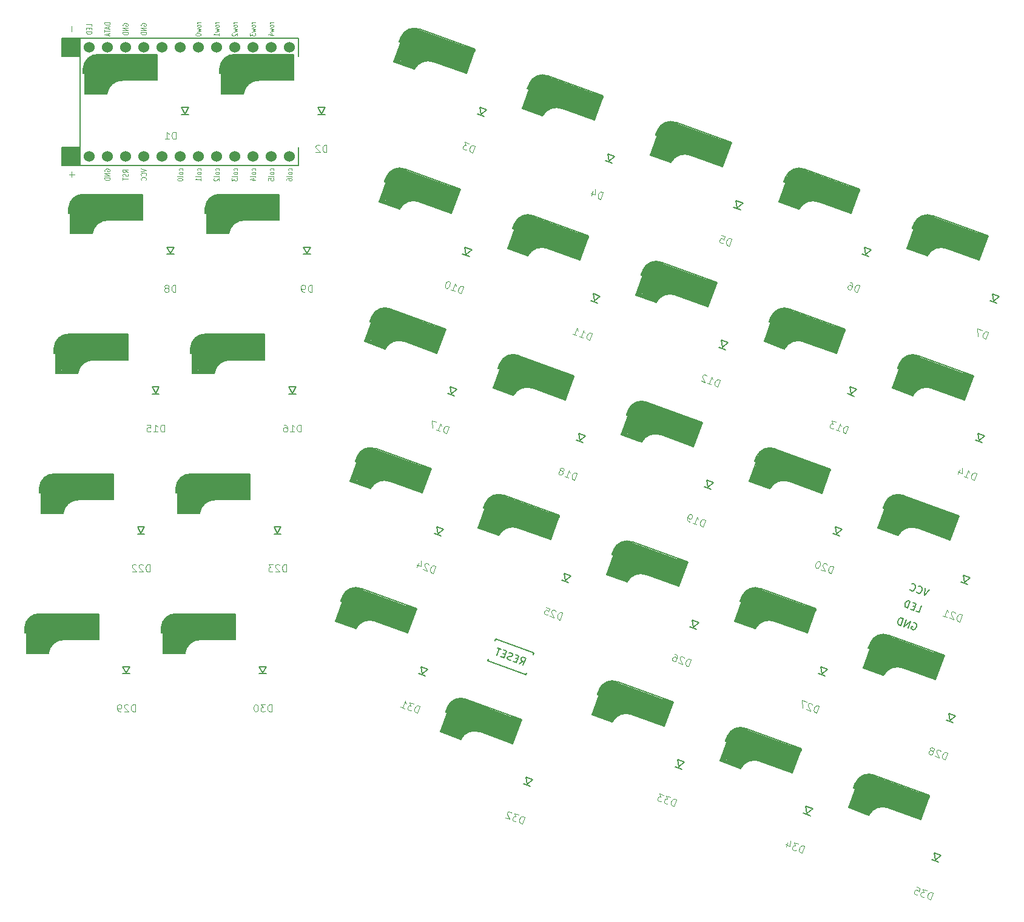
<source format=gbr>
%TF.GenerationSoftware,KiCad,Pcbnew,(6.0.5)*%
%TF.CreationDate,2022-06-09T21:08:53+09:00*%
%TF.ProjectId,KEMgonomics,4b454d67-6f6e-46f6-9d69-63732e6b6963,rev?*%
%TF.SameCoordinates,Original*%
%TF.FileFunction,Legend,Bot*%
%TF.FilePolarity,Positive*%
%FSLAX46Y46*%
G04 Gerber Fmt 4.6, Leading zero omitted, Abs format (unit mm)*
G04 Created by KiCad (PCBNEW (6.0.5)) date 2022-06-09 21:08:53*
%MOMM*%
%LPD*%
G01*
G04 APERTURE LIST*
%ADD10C,0.125000*%
%ADD11C,0.150000*%
%ADD12C,0.120000*%
%ADD13C,0.300000*%
%ADD14C,3.500000*%
%ADD15C,1.000000*%
%ADD16C,0.800000*%
%ADD17C,0.500000*%
%ADD18C,3.000000*%
%ADD19C,0.400000*%
%ADD20C,0.100000*%
%ADD21C,1.524000*%
G04 APERTURE END LIST*
D10*
%TO.C,D31*%
X60024179Y-128130142D02*
X60366200Y-127190449D01*
X60142463Y-127109016D01*
X59991935Y-127104903D01*
X59869867Y-127161824D01*
X59792546Y-127235032D01*
X59682652Y-127397734D01*
X59633792Y-127531976D01*
X59613393Y-127727252D01*
X59625567Y-127833033D01*
X59682488Y-127955101D01*
X59800443Y-128048708D01*
X60024179Y-128130142D01*
X59516001Y-126881002D02*
X58934287Y-126669276D01*
X59117224Y-127141260D01*
X58982983Y-127092400D01*
X58877201Y-127104574D01*
X58816168Y-127133035D01*
X58738847Y-127206243D01*
X58657414Y-127429979D01*
X58669587Y-127535760D01*
X58698048Y-127596794D01*
X58771256Y-127674115D01*
X59039740Y-127771835D01*
X59145521Y-127759661D01*
X59206555Y-127731200D01*
X57697322Y-127283235D02*
X58234289Y-127478675D01*
X57965805Y-127380955D02*
X58307825Y-126441262D01*
X58348460Y-126608077D01*
X58405381Y-126730145D01*
X58478589Y-126807466D01*
%TO.C,D19*%
X99906864Y-102101080D02*
X100248885Y-101161387D01*
X100025148Y-101079954D01*
X99874620Y-101075841D01*
X99752552Y-101132762D01*
X99675231Y-101205970D01*
X99565337Y-101368672D01*
X99516477Y-101502914D01*
X99496078Y-101698190D01*
X99508252Y-101803971D01*
X99565173Y-101926039D01*
X99683128Y-102019646D01*
X99906864Y-102101080D01*
X98474952Y-101579906D02*
X99011919Y-101775346D01*
X98743435Y-101677626D02*
X99085456Y-100737934D01*
X99126090Y-100904749D01*
X99183011Y-101026817D01*
X99256219Y-101104137D01*
X98027479Y-101417039D02*
X97848490Y-101351893D01*
X97775282Y-101274572D01*
X97746822Y-101213538D01*
X97706187Y-101046723D01*
X97726587Y-100851447D01*
X97856880Y-100493469D01*
X97934201Y-100420261D01*
X97995235Y-100391801D01*
X98101016Y-100379627D01*
X98280005Y-100444773D01*
X98353213Y-100522094D01*
X98381673Y-100583128D01*
X98393847Y-100688909D01*
X98312414Y-100912646D01*
X98235093Y-100985853D01*
X98174059Y-101014314D01*
X98068278Y-101026488D01*
X97889289Y-100961341D01*
X97816081Y-100884021D01*
X97787621Y-100822987D01*
X97775447Y-100717205D01*
%TO.C,D35*%
X131628756Y-154192077D02*
X131970777Y-153252384D01*
X131747040Y-153170951D01*
X131596512Y-153166838D01*
X131474444Y-153223759D01*
X131397123Y-153296967D01*
X131287229Y-153459669D01*
X131238369Y-153593911D01*
X131217970Y-153789187D01*
X131230144Y-153894968D01*
X131287065Y-154017036D01*
X131405020Y-154110643D01*
X131628756Y-154192077D01*
X131120578Y-152942937D02*
X130538864Y-152731211D01*
X130721801Y-153203195D01*
X130587560Y-153154335D01*
X130481778Y-153166509D01*
X130420745Y-153194970D01*
X130343424Y-153268178D01*
X130261991Y-153491914D01*
X130274164Y-153597695D01*
X130302625Y-153658729D01*
X130375833Y-153736050D01*
X130644317Y-153833770D01*
X130750098Y-153821596D01*
X130811132Y-153793135D01*
X129688666Y-152421764D02*
X130136139Y-152584630D01*
X130018019Y-153048390D01*
X129989559Y-152987356D01*
X129916351Y-152910035D01*
X129692614Y-152828602D01*
X129586833Y-152840776D01*
X129525799Y-152869236D01*
X129448479Y-152942444D01*
X129367045Y-153166181D01*
X129379219Y-153271962D01*
X129407680Y-153332996D01*
X129480888Y-153410316D01*
X129704624Y-153491750D01*
X129810405Y-153479576D01*
X129871439Y-153451115D01*
D11*
%TO.C,RSW1*%
X74274772Y-121220959D02*
X74750869Y-120887493D01*
X74811739Y-121416399D02*
X75153759Y-120476707D01*
X74795781Y-120346413D01*
X74690000Y-120358587D01*
X74628966Y-120387048D01*
X74551645Y-120460256D01*
X74502785Y-120594497D01*
X74514959Y-120700279D01*
X74543420Y-120761312D01*
X74616628Y-120838633D01*
X74974606Y-120968926D01*
X74051200Y-120582159D02*
X73737969Y-120468152D01*
X73424574Y-120911512D02*
X73872046Y-121074379D01*
X74214066Y-120134686D01*
X73766594Y-119971820D01*
X73082882Y-120736472D02*
X72932354Y-120732359D01*
X72708617Y-120650926D01*
X72635410Y-120573605D01*
X72606949Y-120512571D01*
X72594775Y-120406790D01*
X72627348Y-120317295D01*
X72704669Y-120244087D01*
X72765703Y-120215627D01*
X72871484Y-120203453D01*
X73066760Y-120223852D01*
X73172541Y-120211678D01*
X73233575Y-120183218D01*
X73310896Y-120110010D01*
X73343469Y-120020515D01*
X73331295Y-119914734D01*
X73302834Y-119853700D01*
X73229627Y-119776380D01*
X73005890Y-119694946D01*
X72855362Y-119690833D01*
X72306056Y-119946979D02*
X71992825Y-119832972D01*
X71679430Y-120276332D02*
X72126903Y-120439199D01*
X72468923Y-119499506D01*
X72021450Y-119336639D01*
X71752967Y-119238919D02*
X71216000Y-119043479D01*
X71142463Y-120080892D02*
X71484483Y-119141199D01*
%TO.C,J3*%
X131513415Y-110897657D02*
X130858164Y-111723343D01*
X130886953Y-110669643D01*
X129727308Y-111210395D02*
X129755769Y-111271429D01*
X129873724Y-111365036D01*
X129963218Y-111397609D01*
X130113747Y-111401722D01*
X130235815Y-111344801D01*
X130313135Y-111271593D01*
X130423029Y-111108891D01*
X130471889Y-110974649D01*
X130492289Y-110779373D01*
X130480115Y-110673592D01*
X130423194Y-110551524D01*
X130305239Y-110457917D01*
X130215744Y-110425343D01*
X130065216Y-110421230D01*
X130004182Y-110449691D01*
X128787615Y-110868374D02*
X128816076Y-110929408D01*
X128934031Y-111023016D01*
X129023526Y-111055589D01*
X129174054Y-111059702D01*
X129296122Y-111002781D01*
X129373443Y-110929573D01*
X129483337Y-110766870D01*
X129532197Y-110632629D01*
X129552596Y-110437353D01*
X129540422Y-110331572D01*
X129483501Y-110209504D01*
X129365546Y-110115896D01*
X129276051Y-110083323D01*
X129125523Y-110079210D01*
X129064489Y-110107671D01*
X129643601Y-113899156D02*
X130091074Y-114062022D01*
X130433094Y-113122330D01*
X129509524Y-113292929D02*
X129196293Y-113178922D01*
X128882898Y-113622282D02*
X129330370Y-113785149D01*
X129672390Y-112845456D01*
X129224918Y-112682590D01*
X128480172Y-113475702D02*
X128822192Y-112536010D01*
X128598456Y-112454576D01*
X128447928Y-112450463D01*
X128325860Y-112507385D01*
X128248539Y-112580592D01*
X128138645Y-112743295D01*
X128089785Y-112877537D01*
X128069386Y-113072812D01*
X128081560Y-113178594D01*
X128138481Y-113300661D01*
X128256436Y-113394269D01*
X128480172Y-113475702D01*
X129279944Y-115509512D02*
X129385725Y-115497338D01*
X129519967Y-115546198D01*
X129637922Y-115639805D01*
X129694843Y-115761873D01*
X129707017Y-115867654D01*
X129686618Y-116062930D01*
X129637758Y-116197172D01*
X129527864Y-116359874D01*
X129450543Y-116433082D01*
X129328475Y-116490003D01*
X129177947Y-116485891D01*
X129088452Y-116453317D01*
X128970497Y-116359710D01*
X128942036Y-116298676D01*
X129056043Y-115985445D01*
X129235032Y-116050592D01*
X128506738Y-116241591D02*
X128848758Y-115301898D01*
X127969770Y-116046151D01*
X128311791Y-115106458D01*
X127522298Y-115883284D02*
X127864318Y-114943591D01*
X127640582Y-114862158D01*
X127490053Y-114858045D01*
X127367985Y-114914966D01*
X127290665Y-114988174D01*
X127180771Y-115150876D01*
X127131911Y-115285118D01*
X127111511Y-115480394D01*
X127123685Y-115586175D01*
X127180606Y-115708243D01*
X127298561Y-115801850D01*
X127522298Y-115883284D01*
D10*
%TO.C,D1*%
X26325977Y-47973973D02*
X26325977Y-46973973D01*
X26087882Y-46973973D01*
X25945024Y-47021593D01*
X25849786Y-47116831D01*
X25802167Y-47212069D01*
X25754548Y-47402545D01*
X25754548Y-47545402D01*
X25802167Y-47735878D01*
X25849786Y-47831116D01*
X25945024Y-47926354D01*
X26087882Y-47973973D01*
X26325977Y-47973973D01*
X24802167Y-47973973D02*
X25373596Y-47973973D01*
X25087882Y-47973973D02*
X25087882Y-46973973D01*
X25183120Y-47116831D01*
X25278358Y-47212069D01*
X25373596Y-47259688D01*
%TO.C,D8*%
X26285779Y-69337988D02*
X26285779Y-68337988D01*
X26047684Y-68337988D01*
X25904826Y-68385608D01*
X25809588Y-68480846D01*
X25761969Y-68576084D01*
X25714350Y-68766560D01*
X25714350Y-68909417D01*
X25761969Y-69099893D01*
X25809588Y-69195131D01*
X25904826Y-69290369D01*
X26047684Y-69337988D01*
X26285779Y-69337988D01*
X25142922Y-68766560D02*
X25238160Y-68718941D01*
X25285779Y-68671322D01*
X25333398Y-68576084D01*
X25333398Y-68528465D01*
X25285779Y-68433227D01*
X25238160Y-68385608D01*
X25142922Y-68337988D01*
X24952445Y-68337988D01*
X24857207Y-68385608D01*
X24809588Y-68433227D01*
X24761969Y-68528465D01*
X24761969Y-68576084D01*
X24809588Y-68671322D01*
X24857207Y-68718941D01*
X24952445Y-68766560D01*
X25142922Y-68766560D01*
X25238160Y-68814179D01*
X25285779Y-68861798D01*
X25333398Y-68957036D01*
X25333398Y-69147512D01*
X25285779Y-69242750D01*
X25238160Y-69290369D01*
X25142922Y-69337988D01*
X24952445Y-69337988D01*
X24857207Y-69290369D01*
X24809588Y-69242750D01*
X24761969Y-69147512D01*
X24761969Y-68957036D01*
X24809588Y-68861798D01*
X24857207Y-68814179D01*
X24952445Y-68766560D01*
%TO.C,D2*%
X47375978Y-49807974D02*
X47375978Y-48807974D01*
X47137883Y-48807974D01*
X46995025Y-48855594D01*
X46899787Y-48950832D01*
X46852168Y-49046070D01*
X46804549Y-49236546D01*
X46804549Y-49379403D01*
X46852168Y-49569879D01*
X46899787Y-49665117D01*
X46995025Y-49760355D01*
X47137883Y-49807974D01*
X47375978Y-49807974D01*
X46423597Y-48903213D02*
X46375978Y-48855594D01*
X46280740Y-48807974D01*
X46042644Y-48807974D01*
X45947406Y-48855594D01*
X45899787Y-48903213D01*
X45852168Y-48998451D01*
X45852168Y-49093689D01*
X45899787Y-49236546D01*
X46471216Y-49807974D01*
X45852168Y-49807974D01*
%TO.C,D24*%
X62213434Y-108600127D02*
X62555455Y-107660434D01*
X62331718Y-107579001D01*
X62181190Y-107574888D01*
X62059122Y-107631809D01*
X61981801Y-107705017D01*
X61871907Y-107867719D01*
X61823047Y-108001961D01*
X61802648Y-108197237D01*
X61814822Y-108303018D01*
X61871743Y-108425086D01*
X61989698Y-108518693D01*
X62213434Y-108600127D01*
X61627936Y-107424195D02*
X61599475Y-107363161D01*
X61526267Y-107285841D01*
X61302531Y-107204407D01*
X61196750Y-107216581D01*
X61135716Y-107245042D01*
X61058395Y-107318250D01*
X61025822Y-107407744D01*
X61021709Y-107558273D01*
X61363236Y-108290680D01*
X60781522Y-108078953D01*
X60204084Y-107159331D02*
X59976071Y-107785793D01*
X60558114Y-106882787D02*
X60537550Y-107635429D01*
X59955836Y-107423702D01*
%TO.C,D32*%
X74667582Y-143596200D02*
X75009603Y-142656507D01*
X74785866Y-142575074D01*
X74635338Y-142570961D01*
X74513270Y-142627882D01*
X74435949Y-142701090D01*
X74326055Y-142863792D01*
X74277195Y-142998034D01*
X74256796Y-143193310D01*
X74268970Y-143299091D01*
X74325891Y-143421159D01*
X74443846Y-143514766D01*
X74667582Y-143596200D01*
X74159404Y-142347060D02*
X73577690Y-142135334D01*
X73760627Y-142607318D01*
X73626386Y-142558458D01*
X73520604Y-142570632D01*
X73459571Y-142599093D01*
X73382250Y-142672301D01*
X73300817Y-142896037D01*
X73312990Y-143001818D01*
X73341451Y-143062852D01*
X73414659Y-143140173D01*
X73683143Y-143237893D01*
X73788924Y-143225719D01*
X73849958Y-143197258D01*
X73187139Y-142094535D02*
X73158678Y-142033501D01*
X73085470Y-141956180D01*
X72861734Y-141874747D01*
X72755953Y-141886921D01*
X72694919Y-141915381D01*
X72617598Y-141988589D01*
X72585025Y-142078084D01*
X72580912Y-142228612D01*
X72922439Y-142961019D01*
X72340725Y-142749293D01*
%TO.C,D29*%
X20641375Y-127928036D02*
X20641375Y-126928036D01*
X20403280Y-126928036D01*
X20260423Y-126975656D01*
X20165185Y-127070894D01*
X20117566Y-127166132D01*
X20069947Y-127356608D01*
X20069947Y-127499465D01*
X20117566Y-127689941D01*
X20165185Y-127785179D01*
X20260423Y-127880417D01*
X20403280Y-127928036D01*
X20641375Y-127928036D01*
X19688994Y-127023275D02*
X19641375Y-126975656D01*
X19546137Y-126928036D01*
X19308042Y-126928036D01*
X19212804Y-126975656D01*
X19165185Y-127023275D01*
X19117566Y-127118513D01*
X19117566Y-127213751D01*
X19165185Y-127356608D01*
X19736613Y-127928036D01*
X19117566Y-127928036D01*
X18641375Y-127928036D02*
X18450899Y-127928036D01*
X18355661Y-127880417D01*
X18308042Y-127832798D01*
X18212804Y-127689941D01*
X18165185Y-127499465D01*
X18165185Y-127118513D01*
X18212804Y-127023275D01*
X18260423Y-126975656D01*
X18355661Y-126928036D01*
X18546137Y-126928036D01*
X18641375Y-126975656D01*
X18688994Y-127023275D01*
X18736613Y-127118513D01*
X18736613Y-127356608D01*
X18688994Y-127451846D01*
X18641375Y-127499465D01*
X18546137Y-127547084D01*
X18355661Y-127547084D01*
X18260423Y-127499465D01*
X18212804Y-127451846D01*
X18165185Y-127356608D01*
%TO.C,D3*%
X67737499Y-49847215D02*
X68079519Y-48907522D01*
X67855783Y-48826089D01*
X67705254Y-48821976D01*
X67583186Y-48878897D01*
X67505866Y-48952105D01*
X67395972Y-49114808D01*
X67347112Y-49249049D01*
X67326712Y-49444325D01*
X67338886Y-49550106D01*
X67395807Y-49672174D01*
X67513762Y-49765782D01*
X67737499Y-49847215D01*
X67229321Y-48598076D02*
X66647606Y-48386349D01*
X66830544Y-48858334D01*
X66696302Y-48809474D01*
X66590521Y-48821648D01*
X66529487Y-48850108D01*
X66452166Y-48923316D01*
X66370733Y-49147052D01*
X66382907Y-49252834D01*
X66411367Y-49313868D01*
X66484575Y-49391188D01*
X66753059Y-49488908D01*
X66858840Y-49476734D01*
X66919874Y-49448274D01*
%TO.C,D13*%
X119848205Y-89086548D02*
X120190226Y-88146855D01*
X119966489Y-88065422D01*
X119815961Y-88061309D01*
X119693893Y-88118230D01*
X119616572Y-88191438D01*
X119506678Y-88354140D01*
X119457818Y-88488382D01*
X119437419Y-88683658D01*
X119449593Y-88789439D01*
X119506514Y-88911507D01*
X119624469Y-89005114D01*
X119848205Y-89086548D01*
X118416293Y-88565374D02*
X118953260Y-88760814D01*
X118684776Y-88663094D02*
X119026797Y-87723402D01*
X119067431Y-87890217D01*
X119124352Y-88012285D01*
X119197560Y-88089605D01*
X118445082Y-87511675D02*
X117863368Y-87299948D01*
X118046305Y-87771933D01*
X117912063Y-87723073D01*
X117806282Y-87735247D01*
X117745248Y-87763707D01*
X117667928Y-87836915D01*
X117586494Y-88060652D01*
X117598668Y-88166433D01*
X117627129Y-88227467D01*
X117700337Y-88304787D01*
X117968820Y-88402507D01*
X118074601Y-88390334D01*
X118135635Y-88361873D01*
%TO.C,D9*%
X45335780Y-69337987D02*
X45335780Y-68337987D01*
X45097685Y-68337987D01*
X44954827Y-68385607D01*
X44859589Y-68480845D01*
X44811970Y-68576083D01*
X44764351Y-68766559D01*
X44764351Y-68909416D01*
X44811970Y-69099892D01*
X44859589Y-69195130D01*
X44954827Y-69290368D01*
X45097685Y-69337987D01*
X45335780Y-69337987D01*
X44288161Y-69337987D02*
X44097685Y-69337987D01*
X44002446Y-69290368D01*
X43954827Y-69242749D01*
X43859589Y-69099892D01*
X43811970Y-68909416D01*
X43811970Y-68528464D01*
X43859589Y-68433226D01*
X43907208Y-68385607D01*
X44002446Y-68337987D01*
X44192923Y-68337987D01*
X44288161Y-68385607D01*
X44335780Y-68433226D01*
X44383399Y-68528464D01*
X44383399Y-68766559D01*
X44335780Y-68861797D01*
X44288161Y-68909416D01*
X44192923Y-68957035D01*
X44002446Y-68957035D01*
X43907208Y-68909416D01*
X43859589Y-68861797D01*
X43811970Y-68766559D01*
%TO.C,D30*%
X39691376Y-127928035D02*
X39691376Y-126928035D01*
X39453281Y-126928035D01*
X39310424Y-126975655D01*
X39215186Y-127070893D01*
X39167567Y-127166131D01*
X39119948Y-127356607D01*
X39119948Y-127499464D01*
X39167567Y-127689940D01*
X39215186Y-127785178D01*
X39310424Y-127880416D01*
X39453281Y-127928035D01*
X39691376Y-127928035D01*
X38786614Y-126928035D02*
X38167567Y-126928035D01*
X38500900Y-127308988D01*
X38358043Y-127308988D01*
X38262805Y-127356607D01*
X38215186Y-127404226D01*
X38167567Y-127499464D01*
X38167567Y-127737559D01*
X38215186Y-127832797D01*
X38262805Y-127880416D01*
X38358043Y-127928035D01*
X38643757Y-127928035D01*
X38738995Y-127880416D01*
X38786614Y-127832797D01*
X37548519Y-126928035D02*
X37453281Y-126928035D01*
X37358043Y-126975655D01*
X37310424Y-127023274D01*
X37262805Y-127118512D01*
X37215186Y-127308988D01*
X37215186Y-127547083D01*
X37262805Y-127737559D01*
X37310424Y-127832797D01*
X37358043Y-127880416D01*
X37453281Y-127928035D01*
X37548519Y-127928035D01*
X37643757Y-127880416D01*
X37691376Y-127832797D01*
X37738995Y-127737559D01*
X37786614Y-127547083D01*
X37786614Y-127308988D01*
X37738995Y-127118512D01*
X37691376Y-127023274D01*
X37643757Y-126975655D01*
X37548519Y-126928035D01*
%TO.C,D6*%
X121440931Y-69393665D02*
X121782951Y-68453972D01*
X121559215Y-68372539D01*
X121408686Y-68368426D01*
X121286618Y-68425347D01*
X121209298Y-68498555D01*
X121099404Y-68661258D01*
X121050544Y-68795499D01*
X121030144Y-68990775D01*
X121042318Y-69096556D01*
X121099239Y-69218624D01*
X121217194Y-69312232D01*
X121440931Y-69393665D01*
X120440533Y-67965372D02*
X120619522Y-68030519D01*
X120692730Y-68107839D01*
X120721190Y-68168873D01*
X120761825Y-68335689D01*
X120741425Y-68530964D01*
X120611132Y-68888942D01*
X120533811Y-68962150D01*
X120472778Y-68990611D01*
X120366996Y-69002785D01*
X120188007Y-68937638D01*
X120114799Y-68860318D01*
X120086339Y-68799284D01*
X120074165Y-68693502D01*
X120155598Y-68469766D01*
X120232919Y-68396558D01*
X120293953Y-68368098D01*
X120399734Y-68355924D01*
X120578723Y-68421070D01*
X120651931Y-68498391D01*
X120680392Y-68559425D01*
X120692565Y-68665206D01*
%TO.C,D15*%
X24721772Y-88868003D02*
X24721772Y-87868003D01*
X24483677Y-87868003D01*
X24340820Y-87915623D01*
X24245582Y-88010861D01*
X24197963Y-88106099D01*
X24150344Y-88296575D01*
X24150344Y-88439432D01*
X24197963Y-88629908D01*
X24245582Y-88725146D01*
X24340820Y-88820384D01*
X24483677Y-88868003D01*
X24721772Y-88868003D01*
X23197963Y-88868003D02*
X23769391Y-88868003D01*
X23483677Y-88868003D02*
X23483677Y-87868003D01*
X23578915Y-88010861D01*
X23674153Y-88106099D01*
X23769391Y-88153718D01*
X22293201Y-87868003D02*
X22769391Y-87868003D01*
X22817010Y-88344194D01*
X22769391Y-88296575D01*
X22674153Y-88248956D01*
X22436058Y-88248956D01*
X22340820Y-88296575D01*
X22293201Y-88344194D01*
X22245582Y-88439432D01*
X22245582Y-88677527D01*
X22293201Y-88772765D01*
X22340820Y-88820384D01*
X22436058Y-88868003D01*
X22674153Y-88868003D01*
X22769391Y-88820384D01*
X22817010Y-88772765D01*
%TO.C,D26*%
X97866667Y-121631095D02*
X98208688Y-120691402D01*
X97984951Y-120609969D01*
X97834423Y-120605856D01*
X97712355Y-120662777D01*
X97635034Y-120735985D01*
X97525140Y-120898687D01*
X97476280Y-121032929D01*
X97455881Y-121228205D01*
X97468055Y-121333986D01*
X97524976Y-121456054D01*
X97642931Y-121549661D01*
X97866667Y-121631095D01*
X97281169Y-120455163D02*
X97252708Y-120394129D01*
X97179500Y-120316809D01*
X96955764Y-120235375D01*
X96849983Y-120247549D01*
X96788949Y-120276010D01*
X96711628Y-120349218D01*
X96679055Y-120438712D01*
X96674942Y-120589241D01*
X97016469Y-121321648D01*
X96434755Y-121109921D01*
X95971324Y-119877068D02*
X96150313Y-119942215D01*
X96223521Y-120019536D01*
X96251982Y-120080570D01*
X96292616Y-120247385D01*
X96272217Y-120442661D01*
X96141923Y-120800639D01*
X96064603Y-120873847D01*
X96003569Y-120902307D01*
X95897788Y-120914481D01*
X95718799Y-120849334D01*
X95645591Y-120772014D01*
X95617130Y-120710980D01*
X95604956Y-120605199D01*
X95686390Y-120381462D01*
X95763710Y-120308254D01*
X95824744Y-120279794D01*
X95930525Y-120267620D01*
X96109514Y-120332767D01*
X96182722Y-120410087D01*
X96211183Y-120471121D01*
X96223357Y-120576902D01*
%TO.C,D25*%
X79965520Y-115115611D02*
X80307541Y-114175918D01*
X80083804Y-114094485D01*
X79933276Y-114090372D01*
X79811208Y-114147293D01*
X79733887Y-114220501D01*
X79623993Y-114383203D01*
X79575133Y-114517445D01*
X79554734Y-114712721D01*
X79566908Y-114818502D01*
X79623829Y-114940570D01*
X79741784Y-115034177D01*
X79965520Y-115115611D01*
X79380022Y-113939679D02*
X79351561Y-113878645D01*
X79278353Y-113801325D01*
X79054617Y-113719891D01*
X78948836Y-113732065D01*
X78887802Y-113760526D01*
X78810481Y-113833734D01*
X78777908Y-113923228D01*
X78773795Y-114073757D01*
X79115322Y-114806164D01*
X78533608Y-114594437D01*
X78025430Y-113345298D02*
X78472903Y-113508164D01*
X78354783Y-113971924D01*
X78326323Y-113910890D01*
X78253115Y-113833569D01*
X78029378Y-113752136D01*
X77923597Y-113764310D01*
X77862563Y-113792770D01*
X77785243Y-113865978D01*
X77703809Y-114089715D01*
X77715983Y-114195496D01*
X77744444Y-114256530D01*
X77817652Y-114333850D01*
X78041388Y-114415284D01*
X78147169Y-114403110D01*
X78208203Y-114374649D01*
%TO.C,D20*%
X117808004Y-108616563D02*
X118150025Y-107676870D01*
X117926288Y-107595437D01*
X117775760Y-107591324D01*
X117653692Y-107648245D01*
X117576371Y-107721453D01*
X117466477Y-107884155D01*
X117417617Y-108018397D01*
X117397218Y-108213673D01*
X117409392Y-108319454D01*
X117466313Y-108441522D01*
X117584268Y-108535129D01*
X117808004Y-108616563D01*
X117222506Y-107440631D02*
X117194045Y-107379597D01*
X117120837Y-107302277D01*
X116897101Y-107220843D01*
X116791320Y-107233017D01*
X116730286Y-107261478D01*
X116652965Y-107334686D01*
X116620392Y-107424180D01*
X116616279Y-107574709D01*
X116957806Y-108307116D01*
X116376092Y-108095389D01*
X116136398Y-106943970D02*
X116046903Y-106911396D01*
X115941122Y-106923570D01*
X115880088Y-106952031D01*
X115802767Y-107025239D01*
X115692873Y-107187941D01*
X115611440Y-107411678D01*
X115591040Y-107606953D01*
X115603214Y-107712735D01*
X115631675Y-107773768D01*
X115704883Y-107851089D01*
X115794377Y-107883662D01*
X115900159Y-107871488D01*
X115961193Y-107843028D01*
X116038513Y-107769820D01*
X116148407Y-107607118D01*
X116229840Y-107383381D01*
X116250240Y-107188106D01*
X116238066Y-107082324D01*
X116209605Y-107021290D01*
X116136398Y-106943970D01*
%TO.C,D16*%
X43795952Y-88868004D02*
X43795952Y-87868004D01*
X43557857Y-87868004D01*
X43415000Y-87915624D01*
X43319762Y-88010862D01*
X43272143Y-88106100D01*
X43224524Y-88296576D01*
X43224524Y-88439433D01*
X43272143Y-88629909D01*
X43319762Y-88725147D01*
X43415000Y-88820385D01*
X43557857Y-88868004D01*
X43795952Y-88868004D01*
X42272143Y-88868004D02*
X42843571Y-88868004D01*
X42557857Y-88868004D02*
X42557857Y-87868004D01*
X42653095Y-88010862D01*
X42748333Y-88106100D01*
X42843571Y-88153719D01*
X41415000Y-87868004D02*
X41605476Y-87868004D01*
X41700714Y-87915624D01*
X41748333Y-87963243D01*
X41843571Y-88106100D01*
X41891190Y-88296576D01*
X41891190Y-88677528D01*
X41843571Y-88772766D01*
X41795952Y-88820385D01*
X41700714Y-88868004D01*
X41510238Y-88868004D01*
X41415000Y-88820385D01*
X41367381Y-88772766D01*
X41319762Y-88677528D01*
X41319762Y-88439433D01*
X41367381Y-88344195D01*
X41415000Y-88296576D01*
X41510238Y-88248957D01*
X41700714Y-88248957D01*
X41795952Y-88296576D01*
X41843571Y-88344195D01*
X41891190Y-88439433D01*
%TO.C,D21*%
X135709153Y-115369094D02*
X136051174Y-114429401D01*
X135827437Y-114347968D01*
X135676909Y-114343855D01*
X135554841Y-114400776D01*
X135477520Y-114473984D01*
X135367626Y-114636686D01*
X135318766Y-114770928D01*
X135298367Y-114966204D01*
X135310541Y-115071985D01*
X135367462Y-115194053D01*
X135485417Y-115287660D01*
X135709153Y-115369094D01*
X135123655Y-114193162D02*
X135095194Y-114132128D01*
X135021986Y-114054808D01*
X134798250Y-113973374D01*
X134692469Y-113985548D01*
X134631435Y-114014009D01*
X134554114Y-114087217D01*
X134521541Y-114176711D01*
X134517428Y-114327240D01*
X134858955Y-115059647D01*
X134277241Y-114847920D01*
X133382296Y-114522187D02*
X133919263Y-114717627D01*
X133650779Y-114619907D02*
X133992799Y-113680214D01*
X134033434Y-113847029D01*
X134090355Y-113969097D01*
X134163563Y-114046418D01*
%TO.C,D5*%
X103539785Y-62878183D02*
X103881805Y-61938490D01*
X103658069Y-61857057D01*
X103507540Y-61852944D01*
X103385472Y-61909865D01*
X103308152Y-61983073D01*
X103198258Y-62145776D01*
X103149398Y-62280017D01*
X103128998Y-62475293D01*
X103141172Y-62581074D01*
X103198093Y-62703142D01*
X103316048Y-62796750D01*
X103539785Y-62878183D01*
X102494640Y-61433603D02*
X102942112Y-61596470D01*
X102823993Y-62060230D01*
X102795532Y-61999196D01*
X102722324Y-61921875D01*
X102498588Y-61840442D01*
X102392807Y-61852616D01*
X102331773Y-61881076D01*
X102254452Y-61954284D01*
X102173019Y-62178020D01*
X102185193Y-62283802D01*
X102213653Y-62344836D01*
X102286861Y-62422156D01*
X102510598Y-62503589D01*
X102616379Y-62491416D01*
X102677413Y-62462955D01*
%TO.C,D10*%
X66144772Y-69540095D02*
X66486793Y-68600402D01*
X66263056Y-68518969D01*
X66112528Y-68514856D01*
X65990460Y-68571777D01*
X65913139Y-68644985D01*
X65803245Y-68807687D01*
X65754385Y-68941929D01*
X65733986Y-69137205D01*
X65746160Y-69242986D01*
X65803081Y-69365054D01*
X65921036Y-69458661D01*
X66144772Y-69540095D01*
X64712860Y-69018921D02*
X65249827Y-69214361D01*
X64981343Y-69116641D02*
X65323364Y-68176949D01*
X65363998Y-68343764D01*
X65420919Y-68465832D01*
X65494127Y-68543152D01*
X64473166Y-67867502D02*
X64383671Y-67834928D01*
X64277890Y-67847102D01*
X64216856Y-67875563D01*
X64139535Y-67948771D01*
X64029641Y-68111473D01*
X63948208Y-68335210D01*
X63927808Y-68530485D01*
X63939982Y-68636267D01*
X63968443Y-68697300D01*
X64041651Y-68774621D01*
X64131145Y-68807194D01*
X64236927Y-68795020D01*
X64297961Y-68766560D01*
X64375281Y-68693352D01*
X64485175Y-68530650D01*
X64566608Y-68306913D01*
X64587008Y-68111638D01*
X64574834Y-68005856D01*
X64546373Y-67944822D01*
X64473166Y-67867502D01*
%TO.C,D18*%
X82005717Y-95585596D02*
X82347738Y-94645903D01*
X82124001Y-94564470D01*
X81973473Y-94560357D01*
X81851405Y-94617278D01*
X81774084Y-94690486D01*
X81664190Y-94853188D01*
X81615330Y-94987430D01*
X81594931Y-95182706D01*
X81607105Y-95288487D01*
X81664026Y-95410555D01*
X81781981Y-95504162D01*
X82005717Y-95585596D01*
X80573805Y-95064422D02*
X81110772Y-95259862D01*
X80842288Y-95162142D02*
X81184309Y-94222450D01*
X81224943Y-94389265D01*
X81281864Y-94511333D01*
X81355072Y-94588653D01*
X80232278Y-94332015D02*
X80338059Y-94319841D01*
X80399093Y-94291380D01*
X80476413Y-94218172D01*
X80492700Y-94173425D01*
X80480526Y-94067644D01*
X80452066Y-94006610D01*
X80378858Y-93929289D01*
X80199869Y-93864143D01*
X80094088Y-93876317D01*
X80033054Y-93904777D01*
X79955733Y-93977985D01*
X79939446Y-94022732D01*
X79951620Y-94128514D01*
X79980081Y-94189548D01*
X80053289Y-94266868D01*
X80232278Y-94332015D01*
X80305486Y-94409335D01*
X80333946Y-94470369D01*
X80346120Y-94576151D01*
X80280973Y-94755140D01*
X80203653Y-94828348D01*
X80142619Y-94856808D01*
X80036838Y-94868982D01*
X79857849Y-94803835D01*
X79784641Y-94726515D01*
X79756180Y-94665481D01*
X79744006Y-94559700D01*
X79809153Y-94380711D01*
X79886474Y-94307503D01*
X79947507Y-94279042D01*
X80053289Y-94266868D01*
%TO.C,D27*%
X115767809Y-128146578D02*
X116109830Y-127206885D01*
X115886093Y-127125452D01*
X115735565Y-127121339D01*
X115613497Y-127178260D01*
X115536176Y-127251468D01*
X115426282Y-127414170D01*
X115377422Y-127548412D01*
X115357023Y-127743688D01*
X115369197Y-127849469D01*
X115426118Y-127971537D01*
X115544073Y-128065144D01*
X115767809Y-128146578D01*
X115182311Y-126970646D02*
X115153850Y-126909612D01*
X115080642Y-126832292D01*
X114856906Y-126750858D01*
X114751125Y-126763032D01*
X114690091Y-126791493D01*
X114612770Y-126864701D01*
X114580197Y-126954195D01*
X114576084Y-127104724D01*
X114917611Y-127837131D01*
X114335897Y-127625404D01*
X114364686Y-126571705D02*
X113738224Y-126343691D01*
X113798930Y-127429964D01*
%TO.C,D17*%
X64104574Y-89070113D02*
X64446595Y-88130420D01*
X64222858Y-88048987D01*
X64072330Y-88044874D01*
X63950262Y-88101795D01*
X63872941Y-88175003D01*
X63763047Y-88337705D01*
X63714187Y-88471947D01*
X63693788Y-88667223D01*
X63705962Y-88773004D01*
X63762883Y-88895072D01*
X63880838Y-88988679D01*
X64104574Y-89070113D01*
X62672662Y-88548939D02*
X63209629Y-88744379D01*
X62941145Y-88646659D02*
X63283166Y-87706967D01*
X63323800Y-87873782D01*
X63380721Y-87995850D01*
X63453929Y-88073170D01*
X62701451Y-87495240D02*
X62074989Y-87267226D01*
X62135695Y-88353499D01*
%TO.C,D12*%
X101947060Y-82571063D02*
X102289081Y-81631370D01*
X102065344Y-81549937D01*
X101914816Y-81545824D01*
X101792748Y-81602745D01*
X101715427Y-81675953D01*
X101605533Y-81838655D01*
X101556673Y-81972897D01*
X101536274Y-82168173D01*
X101548448Y-82273954D01*
X101605369Y-82396022D01*
X101723324Y-82489629D01*
X101947060Y-82571063D01*
X100515148Y-82049889D02*
X101052115Y-82245329D01*
X100783631Y-82147609D02*
X101125652Y-81207917D01*
X101166286Y-81374732D01*
X101223207Y-81496800D01*
X101296415Y-81574120D01*
X100466617Y-81069398D02*
X100438156Y-81008364D01*
X100364948Y-80931043D01*
X100141212Y-80849610D01*
X100035431Y-80861784D01*
X99974397Y-80890244D01*
X99897076Y-80963452D01*
X99864503Y-81052947D01*
X99860390Y-81203475D01*
X100201917Y-81935882D01*
X99620203Y-81724156D01*
%TO.C,D22*%
X22681574Y-108398019D02*
X22681574Y-107398019D01*
X22443479Y-107398019D01*
X22300622Y-107445639D01*
X22205384Y-107540877D01*
X22157765Y-107636115D01*
X22110146Y-107826591D01*
X22110146Y-107969448D01*
X22157765Y-108159924D01*
X22205384Y-108255162D01*
X22300622Y-108350400D01*
X22443479Y-108398019D01*
X22681574Y-108398019D01*
X21729193Y-107493258D02*
X21681574Y-107445639D01*
X21586336Y-107398019D01*
X21348241Y-107398019D01*
X21253003Y-107445639D01*
X21205384Y-107493258D01*
X21157765Y-107588496D01*
X21157765Y-107683734D01*
X21205384Y-107826591D01*
X21776812Y-108398019D01*
X21157765Y-108398019D01*
X20776812Y-107493258D02*
X20729193Y-107445639D01*
X20633955Y-107398019D01*
X20395860Y-107398019D01*
X20300622Y-107445639D01*
X20253003Y-107493258D01*
X20205384Y-107588496D01*
X20205384Y-107683734D01*
X20253003Y-107826591D01*
X20824431Y-108398019D01*
X20205384Y-108398019D01*
%TO.C,D34*%
X113727611Y-147676594D02*
X114069632Y-146736901D01*
X113845895Y-146655468D01*
X113695367Y-146651355D01*
X113573299Y-146708276D01*
X113495978Y-146781484D01*
X113386084Y-146944186D01*
X113337224Y-147078428D01*
X113316825Y-147273704D01*
X113328999Y-147379485D01*
X113385920Y-147501553D01*
X113503875Y-147595160D01*
X113727611Y-147676594D01*
X113219433Y-146427454D02*
X112637719Y-146215728D01*
X112820656Y-146687712D01*
X112686415Y-146638852D01*
X112580633Y-146651026D01*
X112519600Y-146679487D01*
X112442279Y-146752695D01*
X112360846Y-146976431D01*
X112373019Y-147082212D01*
X112401480Y-147143246D01*
X112474688Y-147220567D01*
X112743172Y-147318287D01*
X112848953Y-147306113D01*
X112909987Y-147277652D01*
X111718261Y-146235798D02*
X111490248Y-146862260D01*
X112072291Y-145959254D02*
X112051727Y-146711896D01*
X111470013Y-146500169D01*
%TO.C,D14*%
X137749349Y-95602033D02*
X138091370Y-94662340D01*
X137867633Y-94580907D01*
X137717105Y-94576794D01*
X137595037Y-94633715D01*
X137517716Y-94706923D01*
X137407822Y-94869625D01*
X137358962Y-95003867D01*
X137338563Y-95199143D01*
X137350737Y-95304924D01*
X137407658Y-95426992D01*
X137525613Y-95520599D01*
X137749349Y-95602033D01*
X136317437Y-95080859D02*
X136854404Y-95276299D01*
X136585920Y-95178579D02*
X136927941Y-94238887D01*
X136968575Y-94405702D01*
X137025496Y-94527770D01*
X137098704Y-94605090D01*
X135739999Y-94161237D02*
X135511986Y-94787699D01*
X136094029Y-93884693D02*
X136073465Y-94637335D01*
X135491751Y-94425608D01*
%TO.C,D7*%
X139342075Y-75909150D02*
X139684095Y-74969457D01*
X139460359Y-74888024D01*
X139309830Y-74883911D01*
X139187762Y-74940832D01*
X139110442Y-75014040D01*
X139000548Y-75176743D01*
X138951688Y-75310984D01*
X138931288Y-75506260D01*
X138943462Y-75612041D01*
X139000383Y-75734109D01*
X139118338Y-75827717D01*
X139342075Y-75909150D01*
X138833897Y-74660011D02*
X138207435Y-74431997D01*
X138268140Y-75518270D01*
%TO.C,D33*%
X95826468Y-141161109D02*
X96168489Y-140221416D01*
X95944752Y-140139983D01*
X95794224Y-140135870D01*
X95672156Y-140192791D01*
X95594835Y-140265999D01*
X95484941Y-140428701D01*
X95436081Y-140562943D01*
X95415682Y-140758219D01*
X95427856Y-140864000D01*
X95484777Y-140986068D01*
X95602732Y-141079675D01*
X95826468Y-141161109D01*
X95318290Y-139911969D02*
X94736576Y-139700243D01*
X94919513Y-140172227D01*
X94785272Y-140123367D01*
X94679490Y-140135541D01*
X94618457Y-140164002D01*
X94541136Y-140237210D01*
X94459703Y-140460946D01*
X94471876Y-140566727D01*
X94500337Y-140627761D01*
X94573545Y-140705082D01*
X94842029Y-140802802D01*
X94947810Y-140790628D01*
X95008844Y-140762167D01*
X94423345Y-139586236D02*
X93841631Y-139374509D01*
X94024568Y-139846494D01*
X93890326Y-139797634D01*
X93784545Y-139809808D01*
X93723511Y-139838268D01*
X93646191Y-139911476D01*
X93564757Y-140135213D01*
X93576931Y-140240994D01*
X93605392Y-140302028D01*
X93678600Y-140379348D01*
X93947083Y-140477068D01*
X94052864Y-140464895D01*
X94113898Y-140436434D01*
%TO.C,D11*%
X84045916Y-76055580D02*
X84387937Y-75115887D01*
X84164200Y-75034454D01*
X84013672Y-75030341D01*
X83891604Y-75087262D01*
X83814283Y-75160470D01*
X83704389Y-75323172D01*
X83655529Y-75457414D01*
X83635130Y-75652690D01*
X83647304Y-75758471D01*
X83704225Y-75880539D01*
X83822180Y-75974146D01*
X84045916Y-76055580D01*
X82614004Y-75534406D02*
X83150971Y-75729846D01*
X82882487Y-75632126D02*
X83224508Y-74692434D01*
X83265142Y-74859249D01*
X83322063Y-74981317D01*
X83395271Y-75058637D01*
X81719059Y-75208673D02*
X82256026Y-75404113D01*
X81987542Y-75306393D02*
X82329562Y-74366700D01*
X82370197Y-74533515D01*
X82427118Y-74655583D01*
X82500326Y-74732904D01*
%TO.C,D23*%
X41731575Y-108398019D02*
X41731575Y-107398019D01*
X41493480Y-107398019D01*
X41350623Y-107445639D01*
X41255385Y-107540877D01*
X41207766Y-107636115D01*
X41160147Y-107826591D01*
X41160147Y-107969448D01*
X41207766Y-108159924D01*
X41255385Y-108255162D01*
X41350623Y-108350400D01*
X41493480Y-108398019D01*
X41731575Y-108398019D01*
X40779194Y-107493258D02*
X40731575Y-107445639D01*
X40636337Y-107398019D01*
X40398242Y-107398019D01*
X40303004Y-107445639D01*
X40255385Y-107493258D01*
X40207766Y-107588496D01*
X40207766Y-107683734D01*
X40255385Y-107826591D01*
X40826813Y-108398019D01*
X40207766Y-108398019D01*
X39874432Y-107398019D02*
X39255385Y-107398019D01*
X39588718Y-107778972D01*
X39445861Y-107778972D01*
X39350623Y-107826591D01*
X39303004Y-107874210D01*
X39255385Y-107969448D01*
X39255385Y-108207543D01*
X39303004Y-108302781D01*
X39350623Y-108350400D01*
X39445861Y-108398019D01*
X39731575Y-108398019D01*
X39826813Y-108350400D01*
X39874432Y-108302781D01*
%TO.C,D28*%
X133668953Y-134662062D02*
X134010974Y-133722369D01*
X133787237Y-133640936D01*
X133636709Y-133636823D01*
X133514641Y-133693744D01*
X133437320Y-133766952D01*
X133327426Y-133929654D01*
X133278566Y-134063896D01*
X133258167Y-134259172D01*
X133270341Y-134364953D01*
X133327262Y-134487021D01*
X133445217Y-134580628D01*
X133668953Y-134662062D01*
X133083455Y-133486130D02*
X133054994Y-133425096D01*
X132981786Y-133347776D01*
X132758050Y-133266342D01*
X132652269Y-133278516D01*
X132591235Y-133306977D01*
X132513914Y-133380185D01*
X132481341Y-133469679D01*
X132477228Y-133620208D01*
X132818755Y-134352615D01*
X132237041Y-134140888D01*
X131895514Y-133408481D02*
X132001295Y-133396307D01*
X132062329Y-133367846D01*
X132139649Y-133294638D01*
X132155936Y-133249891D01*
X132143762Y-133144110D01*
X132115302Y-133083076D01*
X132042094Y-133005755D01*
X131863105Y-132940609D01*
X131757324Y-132952783D01*
X131696290Y-132981243D01*
X131618969Y-133054451D01*
X131602682Y-133099198D01*
X131614856Y-133204980D01*
X131643317Y-133266014D01*
X131716525Y-133343334D01*
X131895514Y-133408481D01*
X131968722Y-133485801D01*
X131997182Y-133546835D01*
X132009356Y-133652617D01*
X131944209Y-133831606D01*
X131866889Y-133904814D01*
X131805855Y-133933274D01*
X131700074Y-133945448D01*
X131521085Y-133880301D01*
X131447877Y-133802981D01*
X131419416Y-133741947D01*
X131407242Y-133636166D01*
X131472389Y-133457177D01*
X131549710Y-133383969D01*
X131610743Y-133355508D01*
X131716525Y-133343334D01*
%TO.C,D4*%
X85638642Y-56362699D02*
X85980662Y-55423006D01*
X85756926Y-55341573D01*
X85606397Y-55337460D01*
X85484329Y-55394381D01*
X85407009Y-55467589D01*
X85297115Y-55630292D01*
X85248255Y-55764533D01*
X85227855Y-55959809D01*
X85240029Y-56065590D01*
X85296950Y-56187658D01*
X85414905Y-56281266D01*
X85638642Y-56362699D01*
X84524237Y-55247637D02*
X84296224Y-55874099D01*
X84878267Y-54971092D02*
X84857703Y-55723735D01*
X84275989Y-55512008D01*
D12*
%TO.C,U1*%
X11779310Y-32972545D02*
X11779310Y-32210640D01*
X42491453Y-52340164D02*
X42527167Y-52283021D01*
X42527167Y-52168735D01*
X42491453Y-52111593D01*
X42455739Y-52083021D01*
X42384310Y-52054450D01*
X42170024Y-52054450D01*
X42098596Y-52083021D01*
X42062882Y-52111593D01*
X42027167Y-52168735D01*
X42027167Y-52283021D01*
X42062882Y-52340164D01*
X42527167Y-52683021D02*
X42491453Y-52625878D01*
X42455739Y-52597307D01*
X42384310Y-52568735D01*
X42170024Y-52568735D01*
X42098596Y-52597307D01*
X42062882Y-52625878D01*
X42027167Y-52683021D01*
X42027167Y-52768735D01*
X42062882Y-52825878D01*
X42098596Y-52854450D01*
X42170024Y-52883021D01*
X42384310Y-52883021D01*
X42455739Y-52854450D01*
X42491453Y-52825878D01*
X42527167Y-52768735D01*
X42527167Y-52683021D01*
X42527167Y-53225878D02*
X42491453Y-53168735D01*
X42420024Y-53140164D01*
X41777167Y-53140164D01*
X41777167Y-53711593D02*
X41777167Y-53597307D01*
X41812882Y-53540164D01*
X41848596Y-53511593D01*
X41955739Y-53454450D01*
X42098596Y-53425878D01*
X42384310Y-53425878D01*
X42455739Y-53454450D01*
X42491453Y-53483021D01*
X42527167Y-53540164D01*
X42527167Y-53654450D01*
X42491453Y-53711593D01*
X42455739Y-53740164D01*
X42384310Y-53768735D01*
X42205739Y-53768735D01*
X42134310Y-53740164D01*
X42098596Y-53711593D01*
X42062882Y-53654450D01*
X42062882Y-53540164D01*
X42098596Y-53483021D01*
X42134310Y-53454450D01*
X42205739Y-53425878D01*
X21457167Y-52111593D02*
X22207167Y-52311593D01*
X21457167Y-52511593D01*
X22135739Y-53054450D02*
X22171453Y-53025878D01*
X22207167Y-52940164D01*
X22207167Y-52883021D01*
X22171453Y-52797307D01*
X22100024Y-52740164D01*
X22028596Y-52711593D01*
X21885739Y-52683021D01*
X21778596Y-52683021D01*
X21635739Y-52711593D01*
X21564310Y-52740164D01*
X21492882Y-52797307D01*
X21457167Y-52883021D01*
X21457167Y-52940164D01*
X21492882Y-53025878D01*
X21528596Y-53054450D01*
X22135739Y-53654450D02*
X22171453Y-53625878D01*
X22207167Y-53540164D01*
X22207167Y-53483021D01*
X22171453Y-53397307D01*
X22100024Y-53340164D01*
X22028596Y-53311593D01*
X21885739Y-53283021D01*
X21778596Y-53283021D01*
X21635739Y-53311593D01*
X21564310Y-53340164D01*
X21492882Y-53397307D01*
X21457167Y-53483021D01*
X21457167Y-53540164D01*
X21492882Y-53625878D01*
X21528596Y-53654450D01*
X29791453Y-52340164D02*
X29827167Y-52283021D01*
X29827167Y-52168735D01*
X29791453Y-52111593D01*
X29755739Y-52083021D01*
X29684310Y-52054450D01*
X29470024Y-52054450D01*
X29398596Y-52083021D01*
X29362882Y-52111593D01*
X29327167Y-52168735D01*
X29327167Y-52283021D01*
X29362882Y-52340164D01*
X29827167Y-52683021D02*
X29791453Y-52625878D01*
X29755739Y-52597307D01*
X29684310Y-52568735D01*
X29470024Y-52568735D01*
X29398596Y-52597307D01*
X29362882Y-52625878D01*
X29327167Y-52683021D01*
X29327167Y-52768735D01*
X29362882Y-52825878D01*
X29398596Y-52854450D01*
X29470024Y-52883021D01*
X29684310Y-52883021D01*
X29755739Y-52854450D01*
X29791453Y-52825878D01*
X29827167Y-52768735D01*
X29827167Y-52683021D01*
X29827167Y-53225878D02*
X29791453Y-53168735D01*
X29720024Y-53140164D01*
X29077167Y-53140164D01*
X29827167Y-53768735D02*
X29827167Y-53425878D01*
X29827167Y-53597307D02*
X29077167Y-53597307D01*
X29184310Y-53540164D01*
X29255739Y-53483021D01*
X29291453Y-53425878D01*
X16412882Y-52454450D02*
X16377167Y-52397307D01*
X16377167Y-52311593D01*
X16412882Y-52225878D01*
X16484310Y-52168735D01*
X16555739Y-52140164D01*
X16698596Y-52111593D01*
X16805739Y-52111593D01*
X16948596Y-52140164D01*
X17020024Y-52168735D01*
X17091453Y-52225878D01*
X17127167Y-52311593D01*
X17127167Y-52368735D01*
X17091453Y-52454450D01*
X17055739Y-52483021D01*
X16805739Y-52483021D01*
X16805739Y-52368735D01*
X17127167Y-52740164D02*
X16377167Y-52740164D01*
X17127167Y-53083021D01*
X16377167Y-53083021D01*
X17127167Y-53368735D02*
X16377167Y-53368735D01*
X16377167Y-53511593D01*
X16412882Y-53597307D01*
X16484310Y-53654450D01*
X16555739Y-53683021D01*
X16698596Y-53711593D01*
X16805739Y-53711593D01*
X16948596Y-53683021D01*
X17020024Y-53654450D01*
X17091453Y-53597307D01*
X17127167Y-53511593D01*
X17127167Y-53368735D01*
X39987167Y-31677307D02*
X39487167Y-31677307D01*
X39630024Y-31677307D02*
X39558596Y-31705878D01*
X39522882Y-31734450D01*
X39487167Y-31791593D01*
X39487167Y-31848735D01*
X39987167Y-32134450D02*
X39951453Y-32077307D01*
X39915739Y-32048735D01*
X39844310Y-32020164D01*
X39630024Y-32020164D01*
X39558596Y-32048735D01*
X39522882Y-32077307D01*
X39487167Y-32134450D01*
X39487167Y-32220164D01*
X39522882Y-32277307D01*
X39558596Y-32305878D01*
X39630024Y-32334450D01*
X39844310Y-32334450D01*
X39915739Y-32305878D01*
X39951453Y-32277307D01*
X39987167Y-32220164D01*
X39987167Y-32134450D01*
X39487167Y-32534450D02*
X39987167Y-32648735D01*
X39630024Y-32763021D01*
X39987167Y-32877307D01*
X39487167Y-32991593D01*
X39487167Y-33477307D02*
X39987167Y-33477307D01*
X39201453Y-33334450D02*
X39737167Y-33191593D01*
X39737167Y-33563021D01*
X27251453Y-52340164D02*
X27287167Y-52283021D01*
X27287167Y-52168735D01*
X27251453Y-52111593D01*
X27215739Y-52083021D01*
X27144310Y-52054450D01*
X26930024Y-52054450D01*
X26858596Y-52083021D01*
X26822882Y-52111593D01*
X26787167Y-52168735D01*
X26787167Y-52283021D01*
X26822882Y-52340164D01*
X27287167Y-52683021D02*
X27251453Y-52625878D01*
X27215739Y-52597307D01*
X27144310Y-52568735D01*
X26930024Y-52568735D01*
X26858596Y-52597307D01*
X26822882Y-52625878D01*
X26787167Y-52683021D01*
X26787167Y-52768735D01*
X26822882Y-52825878D01*
X26858596Y-52854450D01*
X26930024Y-52883021D01*
X27144310Y-52883021D01*
X27215739Y-52854450D01*
X27251453Y-52825878D01*
X27287167Y-52768735D01*
X27287167Y-52683021D01*
X27287167Y-53225878D02*
X27251453Y-53168735D01*
X27180024Y-53140164D01*
X26537167Y-53140164D01*
X26537167Y-53568735D02*
X26537167Y-53625878D01*
X26572882Y-53683021D01*
X26608596Y-53711593D01*
X26680024Y-53740164D01*
X26822882Y-53768735D01*
X27001453Y-53768735D01*
X27144310Y-53740164D01*
X27215739Y-53711593D01*
X27251453Y-53683021D01*
X27287167Y-53625878D01*
X27287167Y-53568735D01*
X27251453Y-53511593D01*
X27215739Y-53483021D01*
X27144310Y-53454450D01*
X27001453Y-53425878D01*
X26822882Y-53425878D01*
X26680024Y-53454450D01*
X26608596Y-53483021D01*
X26572882Y-53511593D01*
X26537167Y-53568735D01*
X18952882Y-32134450D02*
X18917167Y-32077307D01*
X18917167Y-31991593D01*
X18952882Y-31905878D01*
X19024310Y-31848735D01*
X19095739Y-31820164D01*
X19238596Y-31791593D01*
X19345739Y-31791593D01*
X19488596Y-31820164D01*
X19560024Y-31848735D01*
X19631453Y-31905878D01*
X19667167Y-31991593D01*
X19667167Y-32048735D01*
X19631453Y-32134450D01*
X19595739Y-32163021D01*
X19345739Y-32163021D01*
X19345739Y-32048735D01*
X19667167Y-32420164D02*
X18917167Y-32420164D01*
X19667167Y-32763021D01*
X18917167Y-32763021D01*
X19667167Y-33048735D02*
X18917167Y-33048735D01*
X18917167Y-33191593D01*
X18952882Y-33277307D01*
X19024310Y-33334450D01*
X19095739Y-33363021D01*
X19238596Y-33391593D01*
X19345739Y-33391593D01*
X19488596Y-33363021D01*
X19560024Y-33334450D01*
X19631453Y-33277307D01*
X19667167Y-33191593D01*
X19667167Y-33048735D01*
X14587167Y-32205878D02*
X14587167Y-31920164D01*
X13837167Y-31920164D01*
X14194310Y-32405878D02*
X14194310Y-32605878D01*
X14587167Y-32691593D02*
X14587167Y-32405878D01*
X13837167Y-32405878D01*
X13837167Y-32691593D01*
X14587167Y-32948735D02*
X13837167Y-32948735D01*
X13837167Y-33091593D01*
X13872882Y-33177307D01*
X13944310Y-33234450D01*
X14015739Y-33263021D01*
X14158596Y-33291593D01*
X14265739Y-33291593D01*
X14408596Y-33263021D01*
X14480024Y-33234450D01*
X14551453Y-33177307D01*
X14587167Y-33091593D01*
X14587167Y-32948735D01*
X37411453Y-52340164D02*
X37447167Y-52283021D01*
X37447167Y-52168735D01*
X37411453Y-52111593D01*
X37375739Y-52083021D01*
X37304310Y-52054450D01*
X37090024Y-52054450D01*
X37018596Y-52083021D01*
X36982882Y-52111593D01*
X36947167Y-52168735D01*
X36947167Y-52283021D01*
X36982882Y-52340164D01*
X37447167Y-52683021D02*
X37411453Y-52625878D01*
X37375739Y-52597307D01*
X37304310Y-52568735D01*
X37090024Y-52568735D01*
X37018596Y-52597307D01*
X36982882Y-52625878D01*
X36947167Y-52683021D01*
X36947167Y-52768735D01*
X36982882Y-52825878D01*
X37018596Y-52854450D01*
X37090024Y-52883021D01*
X37304310Y-52883021D01*
X37375739Y-52854450D01*
X37411453Y-52825878D01*
X37447167Y-52768735D01*
X37447167Y-52683021D01*
X37447167Y-53225878D02*
X37411453Y-53168735D01*
X37340024Y-53140164D01*
X36697167Y-53140164D01*
X36947167Y-53711593D02*
X37447167Y-53711593D01*
X36661453Y-53568735D02*
X37197167Y-53425878D01*
X37197167Y-53797307D01*
X32331453Y-52340164D02*
X32367167Y-52283021D01*
X32367167Y-52168735D01*
X32331453Y-52111593D01*
X32295739Y-52083021D01*
X32224310Y-52054450D01*
X32010024Y-52054450D01*
X31938596Y-52083021D01*
X31902882Y-52111593D01*
X31867167Y-52168735D01*
X31867167Y-52283021D01*
X31902882Y-52340164D01*
X32367167Y-52683021D02*
X32331453Y-52625878D01*
X32295739Y-52597307D01*
X32224310Y-52568735D01*
X32010024Y-52568735D01*
X31938596Y-52597307D01*
X31902882Y-52625878D01*
X31867167Y-52683021D01*
X31867167Y-52768735D01*
X31902882Y-52825878D01*
X31938596Y-52854450D01*
X32010024Y-52883021D01*
X32224310Y-52883021D01*
X32295739Y-52854450D01*
X32331453Y-52825878D01*
X32367167Y-52768735D01*
X32367167Y-52683021D01*
X32367167Y-53225878D02*
X32331453Y-53168735D01*
X32260024Y-53140164D01*
X31617167Y-53140164D01*
X31688596Y-53425878D02*
X31652882Y-53454450D01*
X31617167Y-53511593D01*
X31617167Y-53654450D01*
X31652882Y-53711593D01*
X31688596Y-53740164D01*
X31760024Y-53768735D01*
X31831453Y-53768735D01*
X31938596Y-53740164D01*
X32367167Y-53397307D01*
X32367167Y-53768735D01*
X17127167Y-31691593D02*
X16377167Y-31691593D01*
X16377167Y-31834450D01*
X16412882Y-31920164D01*
X16484310Y-31977307D01*
X16555739Y-32005878D01*
X16698596Y-32034450D01*
X16805739Y-32034450D01*
X16948596Y-32005878D01*
X17020024Y-31977307D01*
X17091453Y-31920164D01*
X17127167Y-31834450D01*
X17127167Y-31691593D01*
X16912882Y-32263021D02*
X16912882Y-32548735D01*
X17127167Y-32205878D02*
X16377167Y-32405878D01*
X17127167Y-32605878D01*
X16377167Y-32720164D02*
X16377167Y-33063021D01*
X17127167Y-32891593D02*
X16377167Y-32891593D01*
X16912882Y-33234450D02*
X16912882Y-33520164D01*
X17127167Y-33177307D02*
X16377167Y-33377307D01*
X17127167Y-33577307D01*
X19667167Y-52583021D02*
X19310024Y-52383021D01*
X19667167Y-52240164D02*
X18917167Y-52240164D01*
X18917167Y-52468735D01*
X18952882Y-52525878D01*
X18988596Y-52554450D01*
X19060024Y-52583021D01*
X19167167Y-52583021D01*
X19238596Y-52554450D01*
X19274310Y-52525878D01*
X19310024Y-52468735D01*
X19310024Y-52240164D01*
X19631453Y-52811593D02*
X19667167Y-52897307D01*
X19667167Y-53040164D01*
X19631453Y-53097307D01*
X19595739Y-53125878D01*
X19524310Y-53154450D01*
X19452882Y-53154450D01*
X19381453Y-53125878D01*
X19345739Y-53097307D01*
X19310024Y-53040164D01*
X19274310Y-52925878D01*
X19238596Y-52868735D01*
X19202882Y-52840164D01*
X19131453Y-52811593D01*
X19060024Y-52811593D01*
X18988596Y-52840164D01*
X18952882Y-52868735D01*
X18917167Y-52925878D01*
X18917167Y-53068735D01*
X18952882Y-53154450D01*
X18917167Y-53325878D02*
X18917167Y-53668735D01*
X19667167Y-53497307D02*
X18917167Y-53497307D01*
X34907167Y-31677307D02*
X34407167Y-31677307D01*
X34550024Y-31677307D02*
X34478596Y-31705878D01*
X34442882Y-31734450D01*
X34407167Y-31791593D01*
X34407167Y-31848735D01*
X34907167Y-32134450D02*
X34871453Y-32077307D01*
X34835739Y-32048735D01*
X34764310Y-32020164D01*
X34550024Y-32020164D01*
X34478596Y-32048735D01*
X34442882Y-32077307D01*
X34407167Y-32134450D01*
X34407167Y-32220164D01*
X34442882Y-32277307D01*
X34478596Y-32305878D01*
X34550024Y-32334450D01*
X34764310Y-32334450D01*
X34835739Y-32305878D01*
X34871453Y-32277307D01*
X34907167Y-32220164D01*
X34907167Y-32134450D01*
X34407167Y-32534450D02*
X34907167Y-32648735D01*
X34550024Y-32763021D01*
X34907167Y-32877307D01*
X34407167Y-32991593D01*
X34228596Y-33191593D02*
X34192882Y-33220164D01*
X34157167Y-33277307D01*
X34157167Y-33420164D01*
X34192882Y-33477307D01*
X34228596Y-33505878D01*
X34300024Y-33534450D01*
X34371453Y-33534450D01*
X34478596Y-33505878D01*
X34907167Y-33163021D01*
X34907167Y-33534450D01*
X11779310Y-53292545D02*
X11779310Y-52530640D01*
X12160262Y-52911593D02*
X11398358Y-52911593D01*
X21492882Y-32134450D02*
X21457167Y-32077307D01*
X21457167Y-31991593D01*
X21492882Y-31905878D01*
X21564310Y-31848735D01*
X21635739Y-31820164D01*
X21778596Y-31791593D01*
X21885739Y-31791593D01*
X22028596Y-31820164D01*
X22100024Y-31848735D01*
X22171453Y-31905878D01*
X22207167Y-31991593D01*
X22207167Y-32048735D01*
X22171453Y-32134450D01*
X22135739Y-32163021D01*
X21885739Y-32163021D01*
X21885739Y-32048735D01*
X22207167Y-32420164D02*
X21457167Y-32420164D01*
X22207167Y-32763021D01*
X21457167Y-32763021D01*
X22207167Y-33048735D02*
X21457167Y-33048735D01*
X21457167Y-33191593D01*
X21492882Y-33277307D01*
X21564310Y-33334450D01*
X21635739Y-33363021D01*
X21778596Y-33391593D01*
X21885739Y-33391593D01*
X22028596Y-33363021D01*
X22100024Y-33334450D01*
X22171453Y-33277307D01*
X22207167Y-33191593D01*
X22207167Y-33048735D01*
X39951453Y-52340164D02*
X39987167Y-52283021D01*
X39987167Y-52168735D01*
X39951453Y-52111593D01*
X39915739Y-52083021D01*
X39844310Y-52054450D01*
X39630024Y-52054450D01*
X39558596Y-52083021D01*
X39522882Y-52111593D01*
X39487167Y-52168735D01*
X39487167Y-52283021D01*
X39522882Y-52340164D01*
X39987167Y-52683021D02*
X39951453Y-52625878D01*
X39915739Y-52597307D01*
X39844310Y-52568735D01*
X39630024Y-52568735D01*
X39558596Y-52597307D01*
X39522882Y-52625878D01*
X39487167Y-52683021D01*
X39487167Y-52768735D01*
X39522882Y-52825878D01*
X39558596Y-52854450D01*
X39630024Y-52883021D01*
X39844310Y-52883021D01*
X39915739Y-52854450D01*
X39951453Y-52825878D01*
X39987167Y-52768735D01*
X39987167Y-52683021D01*
X39987167Y-53225878D02*
X39951453Y-53168735D01*
X39880024Y-53140164D01*
X39237167Y-53140164D01*
X39237167Y-53740164D02*
X39237167Y-53454450D01*
X39594310Y-53425878D01*
X39558596Y-53454450D01*
X39522882Y-53511593D01*
X39522882Y-53654450D01*
X39558596Y-53711593D01*
X39594310Y-53740164D01*
X39665739Y-53768735D01*
X39844310Y-53768735D01*
X39915739Y-53740164D01*
X39951453Y-53711593D01*
X39987167Y-53654450D01*
X39987167Y-53511593D01*
X39951453Y-53454450D01*
X39915739Y-53425878D01*
X32367167Y-31677307D02*
X31867167Y-31677307D01*
X32010024Y-31677307D02*
X31938596Y-31705878D01*
X31902882Y-31734450D01*
X31867167Y-31791593D01*
X31867167Y-31848735D01*
X32367167Y-32134450D02*
X32331453Y-32077307D01*
X32295739Y-32048735D01*
X32224310Y-32020164D01*
X32010024Y-32020164D01*
X31938596Y-32048735D01*
X31902882Y-32077307D01*
X31867167Y-32134450D01*
X31867167Y-32220164D01*
X31902882Y-32277307D01*
X31938596Y-32305878D01*
X32010024Y-32334450D01*
X32224310Y-32334450D01*
X32295739Y-32305878D01*
X32331453Y-32277307D01*
X32367167Y-32220164D01*
X32367167Y-32134450D01*
X31867167Y-32534450D02*
X32367167Y-32648735D01*
X32010024Y-32763021D01*
X32367167Y-32877307D01*
X31867167Y-32991593D01*
X32367167Y-33534450D02*
X32367167Y-33191593D01*
X32367167Y-33363021D02*
X31617167Y-33363021D01*
X31724310Y-33305878D01*
X31795739Y-33248735D01*
X31831453Y-33191593D01*
X29827167Y-31677307D02*
X29327167Y-31677307D01*
X29470024Y-31677307D02*
X29398596Y-31705878D01*
X29362882Y-31734450D01*
X29327167Y-31791593D01*
X29327167Y-31848735D01*
X29827167Y-32134450D02*
X29791453Y-32077307D01*
X29755739Y-32048735D01*
X29684310Y-32020164D01*
X29470024Y-32020164D01*
X29398596Y-32048735D01*
X29362882Y-32077307D01*
X29327167Y-32134450D01*
X29327167Y-32220164D01*
X29362882Y-32277307D01*
X29398596Y-32305878D01*
X29470024Y-32334450D01*
X29684310Y-32334450D01*
X29755739Y-32305878D01*
X29791453Y-32277307D01*
X29827167Y-32220164D01*
X29827167Y-32134450D01*
X29327167Y-32534450D02*
X29827167Y-32648735D01*
X29470024Y-32763021D01*
X29827167Y-32877307D01*
X29327167Y-32991593D01*
X29077167Y-33334450D02*
X29077167Y-33391593D01*
X29112882Y-33448735D01*
X29148596Y-33477307D01*
X29220024Y-33505878D01*
X29362882Y-33534450D01*
X29541453Y-33534450D01*
X29684310Y-33505878D01*
X29755739Y-33477307D01*
X29791453Y-33448735D01*
X29827167Y-33391593D01*
X29827167Y-33334450D01*
X29791453Y-33277307D01*
X29755739Y-33248735D01*
X29684310Y-33220164D01*
X29541453Y-33191593D01*
X29362882Y-33191593D01*
X29220024Y-33220164D01*
X29148596Y-33248735D01*
X29112882Y-33277307D01*
X29077167Y-33334450D01*
X37447167Y-31677307D02*
X36947167Y-31677307D01*
X37090024Y-31677307D02*
X37018596Y-31705878D01*
X36982882Y-31734450D01*
X36947167Y-31791593D01*
X36947167Y-31848735D01*
X37447167Y-32134450D02*
X37411453Y-32077307D01*
X37375739Y-32048735D01*
X37304310Y-32020164D01*
X37090024Y-32020164D01*
X37018596Y-32048735D01*
X36982882Y-32077307D01*
X36947167Y-32134450D01*
X36947167Y-32220164D01*
X36982882Y-32277307D01*
X37018596Y-32305878D01*
X37090024Y-32334450D01*
X37304310Y-32334450D01*
X37375739Y-32305878D01*
X37411453Y-32277307D01*
X37447167Y-32220164D01*
X37447167Y-32134450D01*
X36947167Y-32534450D02*
X37447167Y-32648735D01*
X37090024Y-32763021D01*
X37447167Y-32877307D01*
X36947167Y-32991593D01*
X36697167Y-33163021D02*
X36697167Y-33534450D01*
X36982882Y-33334450D01*
X36982882Y-33420164D01*
X37018596Y-33477307D01*
X37054310Y-33505878D01*
X37125739Y-33534450D01*
X37304310Y-33534450D01*
X37375739Y-33505878D01*
X37411453Y-33477307D01*
X37447167Y-33420164D01*
X37447167Y-33248735D01*
X37411453Y-33191593D01*
X37375739Y-33163021D01*
X34871453Y-52340164D02*
X34907167Y-52283021D01*
X34907167Y-52168735D01*
X34871453Y-52111593D01*
X34835739Y-52083021D01*
X34764310Y-52054450D01*
X34550024Y-52054450D01*
X34478596Y-52083021D01*
X34442882Y-52111593D01*
X34407167Y-52168735D01*
X34407167Y-52283021D01*
X34442882Y-52340164D01*
X34907167Y-52683021D02*
X34871453Y-52625878D01*
X34835739Y-52597307D01*
X34764310Y-52568735D01*
X34550024Y-52568735D01*
X34478596Y-52597307D01*
X34442882Y-52625878D01*
X34407167Y-52683021D01*
X34407167Y-52768735D01*
X34442882Y-52825878D01*
X34478596Y-52854450D01*
X34550024Y-52883021D01*
X34764310Y-52883021D01*
X34835739Y-52854450D01*
X34871453Y-52825878D01*
X34907167Y-52768735D01*
X34907167Y-52683021D01*
X34907167Y-53225878D02*
X34871453Y-53168735D01*
X34800024Y-53140164D01*
X34157167Y-53140164D01*
X34157167Y-53397307D02*
X34157167Y-53768735D01*
X34442882Y-53568735D01*
X34442882Y-53654450D01*
X34478596Y-53711593D01*
X34514310Y-53740164D01*
X34585739Y-53768735D01*
X34764310Y-53768735D01*
X34835739Y-53740164D01*
X34871453Y-53711593D01*
X34907167Y-53654450D01*
X34907167Y-53483021D01*
X34871453Y-53425878D01*
X34835739Y-53397307D01*
D13*
%TO.C,SW22*%
X7407289Y-97291639D02*
X7407289Y-96641639D01*
D14*
X15807289Y-96541639D02*
X9107289Y-96541639D01*
D15*
X17107289Y-95341639D02*
X17107289Y-97841639D01*
D16*
X7907289Y-99741639D02*
X7907289Y-97941640D01*
D17*
X17407289Y-98091639D02*
X16107289Y-98041639D01*
D11*
X7307289Y-97391639D02*
X7507289Y-97391639D01*
X7307289Y-96641639D02*
X7307289Y-97391639D01*
X7557289Y-95791639D02*
X7557289Y-100241639D01*
D18*
X9037289Y-96241639D02*
X9037289Y-98481639D01*
D11*
X12807289Y-98341639D02*
X17607289Y-98341639D01*
X17607289Y-94741639D02*
X9407288Y-94741639D01*
D17*
X7757289Y-100041639D02*
X10207289Y-100041639D01*
D11*
X7557289Y-100241639D02*
X10587289Y-100241639D01*
X17587289Y-97341639D02*
X17587289Y-95091639D01*
X17607289Y-98341639D02*
X17607289Y-94741639D01*
D19*
X17457289Y-94941639D02*
X16207289Y-94941639D01*
D15*
X12423607Y-97941639D02*
G75*
G03*
X10211259Y-99792230I-64999J-2170002D01*
G01*
D11*
X9407288Y-94741638D02*
G75*
G03*
X7307289Y-96641640I-100000J-1999999D01*
G01*
X12807289Y-98341639D02*
G75*
G03*
X10590971Y-100220168I-65001J-2169999D01*
G01*
%TO.C,SW26*%
X92027359Y-108803984D02*
X96537884Y-110445681D01*
D17*
X96435450Y-110142354D02*
X95230951Y-109650743D01*
D14*
X95462074Y-108138598D02*
X89166133Y-105847063D01*
D11*
X86444135Y-108793794D02*
X89291403Y-109830115D01*
D13*
X87312140Y-105970398D02*
X87534453Y-105359598D01*
D19*
X97559799Y-107199423D02*
X96385183Y-106771898D01*
D11*
X97769156Y-107062787D02*
X90063676Y-104258222D01*
X87183969Y-106030165D02*
X87371908Y-106098569D01*
X96537884Y-110445681D02*
X97769156Y-107062787D01*
D16*
X86944037Y-108443655D02*
X87559673Y-106752209D01*
D15*
X97094098Y-107455593D02*
X96239048Y-109804824D01*
D18*
X89202961Y-105541214D02*
X88436835Y-107646125D01*
D11*
X87440484Y-105325396D02*
X87183969Y-106030165D01*
X96861110Y-109499148D02*
X97630656Y-107384839D01*
D17*
X86700477Y-108674260D02*
X89002724Y-109512209D01*
D11*
X87966124Y-104612162D02*
X86444135Y-108793794D01*
X90063676Y-104258222D02*
G75*
G03*
X87440484Y-105325397I-778010J-1845180D01*
G01*
D15*
X91803624Y-108296880D02*
G75*
G03*
X89091758Y-109279199I-803263J-2016904D01*
G01*
D11*
X92027359Y-108803984D02*
G75*
G03*
X89302207Y-109811199I-803264J-2016900D01*
G01*
D16*
%TO.C,SW21*%
X124786523Y-101944608D02*
X125402159Y-100253162D01*
D14*
X133304560Y-101639551D02*
X127008619Y-99348016D01*
D11*
X124286621Y-102294747D02*
X127133889Y-103331068D01*
D15*
X134936584Y-100956546D02*
X134081534Y-103305777D01*
D11*
X135611642Y-100563740D02*
X127906162Y-97759175D01*
X129869845Y-102304937D02*
X134380370Y-103946634D01*
D17*
X134277936Y-103643307D02*
X133073437Y-103151696D01*
D11*
X134703596Y-103000101D02*
X135473142Y-100885792D01*
X125282970Y-98826349D02*
X125026455Y-99531118D01*
D19*
X135402285Y-100700376D02*
X134227669Y-100272851D01*
D11*
X134380370Y-103946634D02*
X135611642Y-100563740D01*
X125026455Y-99531118D02*
X125214394Y-99599522D01*
D13*
X125154626Y-99471351D02*
X125376939Y-98860551D01*
D17*
X124542963Y-102175213D02*
X126845210Y-103013162D01*
D18*
X127045447Y-99042167D02*
X126279321Y-101147078D01*
D11*
X125808610Y-98113115D02*
X124286621Y-102294747D01*
X129869845Y-102304937D02*
G75*
G03*
X127144693Y-103312152I-803264J-2016900D01*
G01*
D15*
X129646110Y-101797833D02*
G75*
G03*
X126934244Y-102780152I-803263J-2016904D01*
G01*
D11*
X127906162Y-97759175D02*
G75*
G03*
X125282970Y-98826350I-778010J-1845180D01*
G01*
D16*
%TO.C,SW28*%
X122746323Y-121474622D02*
X123361959Y-119783176D01*
D18*
X125005247Y-118572181D02*
X124239121Y-120677092D01*
D11*
X127829645Y-121834951D02*
X132340170Y-123476648D01*
D19*
X133362085Y-120230390D02*
X132187469Y-119802865D01*
D11*
X132663396Y-122530115D02*
X133432942Y-120415806D01*
X132340170Y-123476648D02*
X133571442Y-120093754D01*
X122246421Y-121824761D02*
X125093689Y-122861082D01*
D14*
X131264360Y-121169565D02*
X124968419Y-118878030D01*
D11*
X123242770Y-118356363D02*
X122986255Y-119061132D01*
X122986255Y-119061132D02*
X123174194Y-119129536D01*
D13*
X123114426Y-119001365D02*
X123336739Y-118390565D01*
D11*
X123768410Y-117643129D02*
X122246421Y-121824761D01*
D15*
X132896384Y-120486560D02*
X132041334Y-122835791D01*
D17*
X132237736Y-123173321D02*
X131033237Y-122681710D01*
D11*
X133571442Y-120093754D02*
X125865962Y-117289189D01*
D17*
X122502763Y-121705227D02*
X124805010Y-122543176D01*
D11*
X125865962Y-117289189D02*
G75*
G03*
X123242770Y-118356364I-778010J-1845180D01*
G01*
D15*
X127605910Y-121327847D02*
G75*
G03*
X124894044Y-122310166I-803263J-2016904D01*
G01*
D11*
X127829645Y-121834951D02*
G75*
G03*
X125104493Y-122842166I-803264J-2016900D01*
G01*
D18*
%TO.C,SW6*%
X113224697Y-53466651D02*
X112458571Y-55571562D01*
D11*
X111205705Y-53955602D02*
X111393644Y-54024006D01*
X120882846Y-57424585D02*
X121652392Y-55310276D01*
X120559620Y-58371118D02*
X121790892Y-54988224D01*
D17*
X120457186Y-58067791D02*
X119252687Y-57576180D01*
D14*
X119483810Y-56064035D02*
X113187869Y-53772500D01*
D11*
X116049095Y-56729421D02*
X120559620Y-58371118D01*
X121790892Y-54988224D02*
X114085412Y-52183659D01*
D19*
X121581535Y-55124860D02*
X120406919Y-54697335D01*
D11*
X110465871Y-56719231D02*
X113313139Y-57755552D01*
X111462220Y-53250833D02*
X111205705Y-53955602D01*
X111987860Y-52537599D02*
X110465871Y-56719231D01*
D13*
X111333876Y-53895835D02*
X111556189Y-53285035D01*
D16*
X110965773Y-56369092D02*
X111581409Y-54677646D01*
D15*
X121115834Y-55381030D02*
X120260784Y-57730261D01*
D17*
X110722213Y-56599697D02*
X113024460Y-57437646D01*
D11*
X116049095Y-56729421D02*
G75*
G03*
X113323943Y-57736636I-803264J-2016900D01*
G01*
X114085412Y-52183659D02*
G75*
G03*
X111462220Y-53250834I-778010J-1845180D01*
G01*
D15*
X115825360Y-56222317D02*
G75*
G03*
X113113494Y-57204636I-803263J-2016904D01*
G01*
D18*
%TO.C,SW4*%
X77422408Y-40435685D02*
X76656282Y-42540596D01*
D11*
X80246806Y-43698455D02*
X84757331Y-45340152D01*
X74663582Y-43688265D02*
X77510850Y-44724586D01*
X76185571Y-39506633D02*
X74663582Y-43688265D01*
X85988603Y-41957258D02*
X78283123Y-39152693D01*
D17*
X74919924Y-43568731D02*
X77222171Y-44406680D01*
D11*
X75659931Y-40219867D02*
X75403416Y-40924636D01*
D14*
X83681521Y-43033069D02*
X77385580Y-40741534D01*
D13*
X75531587Y-40864869D02*
X75753900Y-40254069D01*
D15*
X85313545Y-42350064D02*
X84458495Y-44699295D01*
D11*
X85080557Y-44393619D02*
X85850103Y-42279310D01*
D17*
X84654897Y-45036825D02*
X83450398Y-44545214D01*
D16*
X75163484Y-43338126D02*
X75779120Y-41646680D01*
D11*
X84757331Y-45340152D02*
X85988603Y-41957258D01*
X75403416Y-40924636D02*
X75591355Y-40993040D01*
D19*
X85779246Y-42093894D02*
X84604630Y-41666369D01*
D15*
X80023071Y-43191351D02*
G75*
G03*
X77311205Y-44173670I-803263J-2016904D01*
G01*
D11*
X80246806Y-43698455D02*
G75*
G03*
X77521654Y-44705670I-803264J-2016900D01*
G01*
X78283123Y-39152693D02*
G75*
G03*
X75659931Y-40219868I-778010J-1845180D01*
G01*
%TO.C,SW14*%
X131910041Y-82774922D02*
X136420566Y-84416619D01*
D17*
X126583159Y-82645198D02*
X128885406Y-83483147D01*
D16*
X126826719Y-82414593D02*
X127442355Y-80723147D01*
D17*
X136318132Y-84113292D02*
X135113633Y-83621681D01*
D19*
X137442481Y-81170361D02*
X136267865Y-80742836D01*
D14*
X135344756Y-82109536D02*
X129048815Y-79818001D01*
D13*
X127194822Y-79941336D02*
X127417135Y-79330536D01*
D11*
X127066651Y-80001103D02*
X127254590Y-80069507D01*
X126326817Y-82764732D02*
X129174085Y-83801053D01*
X127848806Y-78583100D02*
X126326817Y-82764732D01*
X136420566Y-84416619D02*
X137651838Y-81033725D01*
D15*
X136976780Y-81426531D02*
X136121730Y-83775762D01*
D11*
X127323166Y-79296334D02*
X127066651Y-80001103D01*
X137651838Y-81033725D02*
X129946358Y-78229160D01*
D18*
X129085643Y-79512152D02*
X128319517Y-81617063D01*
D11*
X136743792Y-83470086D02*
X137513338Y-81355777D01*
D15*
X131686306Y-82267818D02*
G75*
G03*
X128974440Y-83250137I-803263J-2016904D01*
G01*
D11*
X131910041Y-82774922D02*
G75*
G03*
X129184889Y-83782137I-803264J-2016900D01*
G01*
X129946358Y-78229160D02*
G75*
G03*
X127323166Y-79296335I-778010J-1845180D01*
G01*
D14*
%TO.C,SW31*%
X57619586Y-114637645D02*
X51323645Y-112346110D01*
D11*
X48601647Y-115292841D02*
X51448915Y-116329162D01*
X58695396Y-116944728D02*
X59926668Y-113561834D01*
X54184871Y-115303031D02*
X58695396Y-116944728D01*
X49597996Y-111824443D02*
X49341481Y-112529212D01*
D18*
X51360473Y-112040261D02*
X50594347Y-114145172D01*
D11*
X59926668Y-113561834D02*
X52221188Y-110757269D01*
X49341481Y-112529212D02*
X49529420Y-112597616D01*
D15*
X59251610Y-113954640D02*
X58396560Y-116303871D01*
D17*
X48857989Y-115173307D02*
X51160236Y-116011256D01*
D11*
X50123636Y-111111209D02*
X48601647Y-115292841D01*
X59018622Y-115998195D02*
X59788168Y-113883886D01*
D19*
X59717311Y-113698470D02*
X58542695Y-113270945D01*
D13*
X49469652Y-112469445D02*
X49691965Y-111858645D01*
D17*
X58592962Y-116641401D02*
X57388463Y-116149790D01*
D16*
X49101549Y-114942702D02*
X49717185Y-113251256D01*
D11*
X52221188Y-110757269D02*
G75*
G03*
X49597996Y-111824444I-778010J-1845180D01*
G01*
D15*
X53961136Y-114795927D02*
G75*
G03*
X51249270Y-115778246I-803263J-2016904D01*
G01*
D11*
X54184871Y-115303031D02*
G75*
G03*
X51459719Y-116310246I-803264J-2016900D01*
G01*
D14*
%TO.C,SW18*%
X79601124Y-82093099D02*
X73305183Y-79801564D01*
D11*
X72105174Y-78566663D02*
X70583185Y-82748295D01*
D18*
X73342011Y-79495715D02*
X72575885Y-81600626D01*
D13*
X71451190Y-79924899D02*
X71673503Y-79314099D01*
D11*
X81908206Y-81017288D02*
X74202726Y-78212723D01*
X71579534Y-79279897D02*
X71323019Y-79984666D01*
X71323019Y-79984666D02*
X71510958Y-80053070D01*
X80676934Y-84400182D02*
X81908206Y-81017288D01*
X70583185Y-82748295D02*
X73430453Y-83784616D01*
D17*
X80574500Y-84096855D02*
X79370001Y-83605244D01*
D11*
X81000160Y-83453649D02*
X81769706Y-81339340D01*
X76166409Y-82758485D02*
X80676934Y-84400182D01*
D17*
X70839527Y-82628761D02*
X73141774Y-83466710D01*
D19*
X81698849Y-81153924D02*
X80524233Y-80726399D01*
D16*
X71083087Y-82398156D02*
X71698723Y-80706710D01*
D15*
X81233148Y-81410094D02*
X80378098Y-83759325D01*
D11*
X76166409Y-82758485D02*
G75*
G03*
X73441257Y-83765700I-803264J-2016900D01*
G01*
D15*
X75942674Y-82251381D02*
G75*
G03*
X73230808Y-83233700I-803263J-2016904D01*
G01*
D11*
X74202726Y-78212723D02*
G75*
G03*
X71579534Y-79279898I-778010J-1845180D01*
G01*
D19*
%TO.C,SW32*%
X74360714Y-129164528D02*
X73186098Y-128737003D01*
D14*
X72262989Y-130103703D02*
X65967048Y-127812168D01*
D11*
X64241399Y-127290501D02*
X63984884Y-127995270D01*
X63245050Y-130758899D02*
X66092318Y-131795220D01*
X63984884Y-127995270D02*
X64172823Y-128063674D01*
X73338799Y-132410786D02*
X74570071Y-129027892D01*
X73662025Y-131464253D02*
X74431571Y-129349944D01*
D18*
X66003876Y-127506319D02*
X65237750Y-129611230D01*
D16*
X63744952Y-130408760D02*
X64360588Y-128717314D01*
D11*
X64767039Y-126577267D02*
X63245050Y-130758899D01*
X74570071Y-129027892D02*
X66864591Y-126223327D01*
D13*
X64113055Y-127935503D02*
X64335368Y-127324703D01*
D15*
X73895013Y-129420698D02*
X73039963Y-131769929D01*
D17*
X73236365Y-132107459D02*
X72031866Y-131615848D01*
D11*
X68828274Y-130769089D02*
X73338799Y-132410786D01*
D17*
X63501392Y-130639365D02*
X65803639Y-131477314D01*
D11*
X68828274Y-130769089D02*
G75*
G03*
X66103122Y-131776304I-803264J-2016900D01*
G01*
X66864591Y-126223327D02*
G75*
G03*
X64241399Y-127290502I-778010J-1845180D01*
G01*
D15*
X68604539Y-130261985D02*
G75*
G03*
X65892673Y-131244304I-803263J-2016904D01*
G01*
D17*
%TO.C,SW7*%
X138358330Y-64583276D02*
X137153831Y-64091665D01*
D15*
X139016978Y-61896515D02*
X138161928Y-64245746D01*
D11*
X129889004Y-59053084D02*
X128367015Y-63234716D01*
D17*
X128623357Y-63115182D02*
X130925604Y-63953131D01*
D19*
X139482679Y-61640345D02*
X138308063Y-61212820D01*
D11*
X139692036Y-61503709D02*
X131986556Y-58699144D01*
X128367015Y-63234716D02*
X131214283Y-64271037D01*
X129363364Y-59766318D02*
X129106849Y-60471087D01*
D13*
X129235020Y-60411320D02*
X129457333Y-59800520D01*
D14*
X137384954Y-62579520D02*
X131089013Y-60287985D01*
D11*
X138460764Y-64886603D02*
X139692036Y-61503709D01*
D18*
X131125841Y-59982136D02*
X130359715Y-62087047D01*
D16*
X128866917Y-62884577D02*
X129482553Y-61193131D01*
D11*
X129106849Y-60471087D02*
X129294788Y-60539491D01*
X138783990Y-63940070D02*
X139553536Y-61825761D01*
X133950239Y-63244906D02*
X138460764Y-64886603D01*
X133950239Y-63244906D02*
G75*
G03*
X131225087Y-64252121I-803264J-2016900D01*
G01*
D15*
X133726504Y-62737802D02*
G75*
G03*
X131014638Y-63720121I-803263J-2016904D01*
G01*
D11*
X131986556Y-58699144D02*
G75*
G03*
X129363364Y-59766319I-778010J-1845180D01*
G01*
%TO.C,SW16*%
X38697487Y-78811624D02*
X38697487Y-75211624D01*
D16*
X28997487Y-80211624D02*
X28997487Y-78411625D01*
D17*
X28847487Y-80511624D02*
X31297487Y-80511624D01*
D11*
X28397487Y-77861624D02*
X28597487Y-77861624D01*
D14*
X36897487Y-77011624D02*
X30197487Y-77011624D01*
D19*
X38547487Y-75411624D02*
X37297487Y-75411624D01*
D17*
X38497487Y-78561624D02*
X37197487Y-78511624D01*
D11*
X28647487Y-80711624D02*
X31677487Y-80711624D01*
X28647487Y-76261624D02*
X28647487Y-80711624D01*
X38697487Y-75211624D02*
X30497486Y-75211624D01*
X38677487Y-77811624D02*
X38677487Y-75561624D01*
D13*
X28497487Y-77761624D02*
X28497487Y-77111624D01*
D15*
X38197487Y-75811624D02*
X38197487Y-78311624D01*
D11*
X33897487Y-78811624D02*
X38697487Y-78811624D01*
X28397487Y-77111624D02*
X28397487Y-77861624D01*
D18*
X30127487Y-76711624D02*
X30127487Y-78951624D01*
D11*
X33897487Y-78811624D02*
G75*
G03*
X31681169Y-80690153I-65001J-2169999D01*
G01*
D15*
X33513805Y-78411624D02*
G75*
G03*
X31301457Y-80262215I-64999J-2170002D01*
G01*
D11*
X30497486Y-75211623D02*
G75*
G03*
X28397487Y-77111625I-100000J-1999999D01*
G01*
%TO.C,SW33*%
X94497685Y-129975695D02*
X95728957Y-126592801D01*
X95728957Y-126592801D02*
X88023477Y-123788236D01*
X85925925Y-124142176D02*
X84403936Y-128323808D01*
D13*
X85271941Y-125500412D02*
X85494254Y-124889612D01*
D15*
X95053899Y-126985607D02*
X94198849Y-129334838D01*
D11*
X94820911Y-129029162D02*
X95590457Y-126914853D01*
X84403936Y-128323808D02*
X87251204Y-129360129D01*
D19*
X95519600Y-126729437D02*
X94344984Y-126301912D01*
D11*
X85143770Y-125560179D02*
X85331709Y-125628583D01*
D17*
X94395251Y-129672368D02*
X93190752Y-129180757D01*
D14*
X93421875Y-127668612D02*
X87125934Y-125377077D01*
D18*
X87162762Y-125071228D02*
X86396636Y-127176139D01*
D11*
X85400285Y-124855410D02*
X85143770Y-125560179D01*
X89987160Y-128333998D02*
X94497685Y-129975695D01*
D17*
X84660278Y-128204274D02*
X86962525Y-129042223D01*
D16*
X84903838Y-127973669D02*
X85519474Y-126282223D01*
D15*
X89763425Y-127826894D02*
G75*
G03*
X87051559Y-128809213I-803263J-2016904D01*
G01*
D11*
X89987160Y-128333998D02*
G75*
G03*
X87262008Y-129341213I-803264J-2016900D01*
G01*
X88023477Y-123788236D02*
G75*
G03*
X85400285Y-124855411I-778010J-1845180D01*
G01*
%TO.C,SW19*%
X89480681Y-85795381D02*
X89224166Y-86500150D01*
X98901307Y-89969133D02*
X99670853Y-87854824D01*
D19*
X99599996Y-87669408D02*
X98425380Y-87241883D01*
D13*
X89352337Y-86440383D02*
X89574650Y-85829583D01*
D11*
X88484332Y-89263779D02*
X91331600Y-90300100D01*
D16*
X88984234Y-88913640D02*
X89599870Y-87222194D01*
D11*
X90006321Y-85082147D02*
X88484332Y-89263779D01*
D14*
X97502271Y-88608583D02*
X91206330Y-86317048D01*
D11*
X89224166Y-86500150D02*
X89412105Y-86568554D01*
D15*
X99134295Y-87925578D02*
X98279245Y-90274809D01*
D17*
X88740674Y-89144245D02*
X91042921Y-89982194D01*
X98475647Y-90612339D02*
X97271148Y-90120728D01*
D18*
X91243158Y-86011199D02*
X90477032Y-88116110D01*
D11*
X99809353Y-87532772D02*
X92103873Y-84728207D01*
X94067556Y-89273969D02*
X98578081Y-90915666D01*
X98578081Y-90915666D02*
X99809353Y-87532772D01*
X92103873Y-84728207D02*
G75*
G03*
X89480681Y-85795382I-778010J-1845180D01*
G01*
D15*
X93843821Y-88766865D02*
G75*
G03*
X91131955Y-89749184I-803263J-2016904D01*
G01*
D11*
X94067556Y-89273969D02*
G75*
G03*
X91342404Y-90281184I-803264J-2016900D01*
G01*
D19*
%TO.C,SW1*%
X23577882Y-36351593D02*
X22327882Y-36351593D01*
D17*
X23527882Y-39501593D02*
X22227882Y-39451593D01*
D13*
X13527882Y-38701593D02*
X13527882Y-38051593D01*
D11*
X23727882Y-39751593D02*
X23727882Y-36151593D01*
D14*
X21927882Y-37951593D02*
X15227882Y-37951593D01*
D11*
X23727882Y-36151593D02*
X15527881Y-36151593D01*
D17*
X13877882Y-41451593D02*
X16327882Y-41451593D01*
D11*
X13427882Y-38801593D02*
X13627882Y-38801593D01*
D16*
X14027882Y-41151593D02*
X14027882Y-39351594D01*
D11*
X13677882Y-37201593D02*
X13677882Y-41651593D01*
X13427882Y-38051593D02*
X13427882Y-38801593D01*
D15*
X23227882Y-36751593D02*
X23227882Y-39251593D01*
D11*
X23707882Y-38751593D02*
X23707882Y-36501593D01*
X18927882Y-39751593D02*
X23727882Y-39751593D01*
X13677882Y-41651593D02*
X16707882Y-41651593D01*
D18*
X15157882Y-37651593D02*
X15157882Y-39891593D01*
D11*
X18927882Y-39751593D02*
G75*
G03*
X16711564Y-41630122I-65001J-2169999D01*
G01*
X15527881Y-36151592D02*
G75*
G03*
X13427882Y-38051594I-100000J-1999999D01*
G01*
D15*
X18544200Y-39351593D02*
G75*
G03*
X16331852Y-41202184I-64999J-2170002D01*
G01*
D14*
%TO.C,SW15*%
X17847487Y-77011623D02*
X11147487Y-77011623D01*
D11*
X19647487Y-78811623D02*
X19647487Y-75211623D01*
X9597487Y-80711623D02*
X12627487Y-80711623D01*
X19647487Y-75211623D02*
X11447486Y-75211623D01*
D18*
X11077487Y-76711623D02*
X11077487Y-78951623D01*
D13*
X9447487Y-77761623D02*
X9447487Y-77111623D01*
D15*
X19147487Y-75811623D02*
X19147487Y-78311623D01*
D11*
X9597487Y-76261623D02*
X9597487Y-80711623D01*
X14847487Y-78811623D02*
X19647487Y-78811623D01*
D17*
X19447487Y-78561623D02*
X18147487Y-78511623D01*
X9797487Y-80511623D02*
X12247487Y-80511623D01*
D11*
X9347487Y-77861623D02*
X9547487Y-77861623D01*
D19*
X19497487Y-75411623D02*
X18247487Y-75411623D01*
D11*
X9347487Y-77111623D02*
X9347487Y-77861623D01*
X19627487Y-77811623D02*
X19627487Y-75561623D01*
D16*
X9947487Y-80211623D02*
X9947487Y-78411624D01*
D15*
X14463805Y-78411623D02*
G75*
G03*
X12251457Y-80262214I-64999J-2170002D01*
G01*
D11*
X14847487Y-78811623D02*
G75*
G03*
X12631169Y-80690152I-65001J-2169999D01*
G01*
X11447486Y-75211622D02*
G75*
G03*
X9347487Y-77111624I-100000J-1999999D01*
G01*
%TO.C,SW25*%
X68542988Y-102278310D02*
X71390256Y-103314631D01*
X78636737Y-103930197D02*
X79868009Y-100547303D01*
D18*
X71301814Y-99025730D02*
X70535688Y-101130641D01*
D13*
X69410993Y-99454914D02*
X69633306Y-98844114D01*
D11*
X69282822Y-99514681D02*
X69470761Y-99583085D01*
X69539337Y-98809912D02*
X69282822Y-99514681D01*
D17*
X78534303Y-103626870D02*
X77329804Y-103135259D01*
D11*
X74126212Y-102288500D02*
X78636737Y-103930197D01*
X78959963Y-102983664D02*
X79729509Y-100869355D01*
D14*
X77560927Y-101623114D02*
X71264986Y-99331579D01*
D16*
X69042890Y-101928171D02*
X69658526Y-100236725D01*
D19*
X79658652Y-100683939D02*
X78484036Y-100256414D01*
D15*
X79192951Y-100940109D02*
X78337901Y-103289340D01*
D17*
X68799330Y-102158776D02*
X71101577Y-102996725D01*
D11*
X79868009Y-100547303D02*
X72162529Y-97742738D01*
X70064977Y-98096678D02*
X68542988Y-102278310D01*
X74126212Y-102288500D02*
G75*
G03*
X71401060Y-103295715I-803264J-2016900D01*
G01*
D15*
X73902477Y-101781396D02*
G75*
G03*
X71190611Y-102763715I-803263J-2016904D01*
G01*
D11*
X72162529Y-97742738D02*
G75*
G03*
X69539337Y-98809913I-778010J-1845180D01*
G01*
D17*
%TO.C,SW29*%
X15367090Y-117621656D02*
X14067090Y-117571656D01*
D15*
X15067090Y-114871656D02*
X15067090Y-117371656D01*
D16*
X5867090Y-119271656D02*
X5867090Y-117471657D01*
D11*
X5267090Y-116171656D02*
X5267090Y-116921656D01*
D17*
X5717090Y-119571656D02*
X8167090Y-119571656D01*
D11*
X10767090Y-117871656D02*
X15567090Y-117871656D01*
X5517090Y-119771656D02*
X8547090Y-119771656D01*
D18*
X6997090Y-115771656D02*
X6997090Y-118011656D01*
D11*
X15567090Y-114271656D02*
X7367089Y-114271656D01*
D19*
X15417090Y-114471656D02*
X14167090Y-114471656D01*
D13*
X5367090Y-116821656D02*
X5367090Y-116171656D01*
D11*
X5517090Y-115321656D02*
X5517090Y-119771656D01*
X5267090Y-116921656D02*
X5467090Y-116921656D01*
X15547090Y-116871656D02*
X15547090Y-114621656D01*
X15567090Y-117871656D02*
X15567090Y-114271656D01*
D14*
X13767090Y-116071656D02*
X7067090Y-116071656D01*
D15*
X10383408Y-117471656D02*
G75*
G03*
X8171060Y-119322247I-64999J-2170002D01*
G01*
D11*
X7367089Y-114271655D02*
G75*
G03*
X5267090Y-116171657I-100000J-1999999D01*
G01*
X10767090Y-117871656D02*
G75*
G03*
X8550772Y-119750185I-65001J-2169999D01*
G01*
D18*
%TO.C,SW35*%
X122965050Y-138102196D02*
X122198924Y-140207107D01*
D11*
X131531245Y-139623769D02*
X123825765Y-136819204D01*
X121728213Y-137173144D02*
X120206224Y-141354776D01*
D14*
X129224163Y-140699580D02*
X122928222Y-138408045D01*
D16*
X120706126Y-141004637D02*
X121321762Y-139313191D01*
D15*
X130856187Y-140016575D02*
X130001137Y-142365806D01*
D11*
X130623199Y-142060130D02*
X131392745Y-139945821D01*
X120946058Y-138591147D02*
X121133997Y-138659551D01*
D17*
X120462566Y-141235242D02*
X122764813Y-142073191D01*
X130197539Y-142703336D02*
X128993040Y-142211725D01*
D11*
X125789448Y-141364966D02*
X130299973Y-143006663D01*
D19*
X131321888Y-139760405D02*
X130147272Y-139332880D01*
D11*
X120206224Y-141354776D02*
X123053492Y-142391097D01*
X121202573Y-137886378D02*
X120946058Y-138591147D01*
D13*
X121074229Y-138531380D02*
X121296542Y-137920580D01*
D11*
X130299973Y-143006663D02*
X131531245Y-139623769D01*
X125789448Y-141364966D02*
G75*
G03*
X123064296Y-142372181I-803264J-2016900D01*
G01*
X123825765Y-136819204D02*
G75*
G03*
X121202573Y-137886379I-778010J-1845180D01*
G01*
D15*
X125565713Y-140857862D02*
G75*
G03*
X122853847Y-141840181I-803263J-2016904D01*
G01*
D19*
%TO.C,SW9*%
X40587685Y-55881607D02*
X39337685Y-55881607D01*
D11*
X35937685Y-59281607D02*
X40737685Y-59281607D01*
D17*
X40537685Y-59031607D02*
X39237685Y-58981607D01*
D13*
X30537685Y-58231607D02*
X30537685Y-57581607D01*
D11*
X40737685Y-55681607D02*
X32537684Y-55681607D01*
X40717685Y-58281607D02*
X40717685Y-56031607D01*
D18*
X32167685Y-57181607D02*
X32167685Y-59421607D01*
D11*
X30687685Y-61181607D02*
X33717685Y-61181607D01*
D14*
X38937685Y-57481607D02*
X32237685Y-57481607D01*
D11*
X30687685Y-56731607D02*
X30687685Y-61181607D01*
X30437685Y-58331607D02*
X30637685Y-58331607D01*
D15*
X40237685Y-56281607D02*
X40237685Y-58781607D01*
D16*
X31037685Y-60681607D02*
X31037685Y-58881608D01*
D17*
X30887685Y-60981607D02*
X33337685Y-60981607D01*
D11*
X40737685Y-59281607D02*
X40737685Y-55681607D01*
X30437685Y-57581607D02*
X30437685Y-58331607D01*
X32537684Y-55681606D02*
G75*
G03*
X30437685Y-57581608I-100000J-1999999D01*
G01*
D15*
X35554003Y-58881607D02*
G75*
G03*
X33341655Y-60732198I-64999J-2170002D01*
G01*
D11*
X35937685Y-59281607D02*
G75*
G03*
X33721367Y-61160136I-65001J-2169999D01*
G01*
D15*
%TO.C,SW27*%
X114995240Y-113971076D02*
X114140190Y-116320307D01*
D17*
X104601619Y-115189743D02*
X106903866Y-116027692D01*
D11*
X105867266Y-111127645D02*
X104345277Y-115309277D01*
X105085111Y-112545648D02*
X105273050Y-112614052D01*
D14*
X113363216Y-114654081D02*
X107067275Y-112362546D01*
D11*
X114439026Y-116961164D02*
X115670298Y-113578270D01*
D16*
X104845179Y-114959138D02*
X105460815Y-113267692D01*
D18*
X107104103Y-112056697D02*
X106337977Y-114161608D01*
D11*
X114762252Y-116014631D02*
X115531798Y-113900322D01*
D17*
X114336592Y-116657837D02*
X113132093Y-116166226D01*
D11*
X104345277Y-115309277D02*
X107192545Y-116345598D01*
D19*
X115460941Y-113714906D02*
X114286325Y-113287381D01*
D11*
X115670298Y-113578270D02*
X107964818Y-110773705D01*
X109928501Y-115319467D02*
X114439026Y-116961164D01*
X105341626Y-111840879D02*
X105085111Y-112545648D01*
D13*
X105213282Y-112485881D02*
X105435595Y-111875081D01*
D15*
X109704766Y-114812363D02*
G75*
G03*
X106992900Y-115794682I-803263J-2016904D01*
G01*
D11*
X109928501Y-115319467D02*
G75*
G03*
X107203349Y-116326682I-803264J-2016900D01*
G01*
X107964818Y-110773705D02*
G75*
G03*
X105341626Y-111840880I-778010J-1845180D01*
G01*
D16*
%TO.C,SW34*%
X102804981Y-134489154D02*
X103420617Y-132797708D01*
D11*
X113630100Y-133108286D02*
X105924620Y-130303721D01*
X102305079Y-134839293D02*
X105152347Y-135875614D01*
X112722054Y-135544647D02*
X113491600Y-133430338D01*
X112398828Y-136491180D02*
X113630100Y-133108286D01*
D14*
X111323018Y-134184097D02*
X105027077Y-131892562D01*
D17*
X102561421Y-134719759D02*
X104863668Y-135557708D01*
D15*
X112955042Y-133501092D02*
X112099992Y-135850323D01*
D11*
X103301428Y-131370895D02*
X103044913Y-132075664D01*
D13*
X103173084Y-132015897D02*
X103395397Y-131405097D01*
D11*
X107888303Y-134849483D02*
X112398828Y-136491180D01*
D19*
X113420743Y-133244922D02*
X112246127Y-132817397D01*
D11*
X103827068Y-130657661D02*
X102305079Y-134839293D01*
D18*
X105063905Y-131586713D02*
X104297779Y-133691624D01*
D17*
X112296394Y-136187853D02*
X111091895Y-135696242D01*
D11*
X103044913Y-132075664D02*
X103232852Y-132144068D01*
X105924620Y-130303721D02*
G75*
G03*
X103301428Y-131370896I-778010J-1845180D01*
G01*
D15*
X107664568Y-134342379D02*
G75*
G03*
X104952702Y-135324698I-803263J-2016904D01*
G01*
D11*
X107888303Y-134849483D02*
G75*
G03*
X105163151Y-135856698I-803264J-2016900D01*
G01*
%TO.C,SW20*%
X106385472Y-95779262D02*
X109232740Y-96815583D01*
D16*
X106885374Y-95429123D02*
X107501010Y-93737677D01*
D11*
X107125306Y-93015633D02*
X107313245Y-93084037D01*
D18*
X109144298Y-92526682D02*
X108378172Y-94631593D01*
D11*
X107381821Y-92310864D02*
X107125306Y-93015633D01*
X111968696Y-95789452D02*
X116479221Y-97431149D01*
D13*
X107253477Y-92955866D02*
X107475790Y-92345066D01*
D11*
X117710493Y-94048255D02*
X110005013Y-91243690D01*
X116479221Y-97431149D02*
X117710493Y-94048255D01*
X107907461Y-91597630D02*
X106385472Y-95779262D01*
D19*
X117501136Y-94184891D02*
X116326520Y-93757366D01*
D14*
X115403411Y-95124066D02*
X109107470Y-92832531D01*
D15*
X117035435Y-94441061D02*
X116180385Y-96790292D01*
D17*
X106641814Y-95659728D02*
X108944061Y-96497677D01*
D11*
X116802447Y-96484616D02*
X117571993Y-94370307D01*
D17*
X116376787Y-97127822D02*
X115172288Y-96636211D01*
D11*
X111968696Y-95789452D02*
G75*
G03*
X109243544Y-96796667I-803264J-2016900D01*
G01*
X110005013Y-91243690D02*
G75*
G03*
X107381821Y-92310865I-778010J-1845180D01*
G01*
D15*
X111744961Y-95282348D02*
G75*
G03*
X109033095Y-96264667I-803263J-2016904D01*
G01*
D11*
%TO.C,SW17*%
X63099017Y-76938166D02*
X63868563Y-74823857D01*
X64007063Y-74501805D02*
X56301583Y-71697240D01*
D18*
X55440868Y-72980232D02*
X54674742Y-75085143D01*
D11*
X62775791Y-77884699D02*
X64007063Y-74501805D01*
X53421876Y-73469183D02*
X53609815Y-73537587D01*
D16*
X53181944Y-75882673D02*
X53797580Y-74191227D01*
D11*
X54204031Y-72051180D02*
X52682042Y-76232812D01*
D19*
X63797706Y-74638441D02*
X62623090Y-74210916D01*
D11*
X52682042Y-76232812D02*
X55529310Y-77269133D01*
D17*
X52938384Y-76113278D02*
X55240631Y-76951227D01*
D15*
X63332005Y-74894611D02*
X62476955Y-77243842D01*
D11*
X58265266Y-76243002D02*
X62775791Y-77884699D01*
D13*
X53550047Y-73409416D02*
X53772360Y-72798616D01*
D17*
X62673357Y-77581372D02*
X61468858Y-77089761D01*
D14*
X61699981Y-75577616D02*
X55404040Y-73286081D01*
D11*
X53678391Y-72764414D02*
X53421876Y-73469183D01*
X56301583Y-71697240D02*
G75*
G03*
X53678391Y-72764415I-778010J-1845180D01*
G01*
D15*
X58041531Y-75735898D02*
G75*
G03*
X55329665Y-76718217I-803263J-2016904D01*
G01*
D11*
X58265266Y-76243002D02*
G75*
G03*
X55540114Y-77250217I-803264J-2016900D01*
G01*
%TO.C,SW3*%
X58284428Y-32991149D02*
X56762439Y-37172781D01*
D13*
X57630444Y-34349385D02*
X57852757Y-33738585D01*
D14*
X65780378Y-36517585D02*
X59484437Y-34226050D01*
D18*
X59521265Y-33920201D02*
X58755139Y-36025112D01*
D15*
X67412402Y-35834580D02*
X66557352Y-38183811D01*
D19*
X67878103Y-35578410D02*
X66703487Y-35150885D01*
D17*
X57018781Y-37053247D02*
X59321028Y-37891196D01*
D16*
X57262341Y-36822642D02*
X57877977Y-35131196D01*
D11*
X68087460Y-35441774D02*
X60381980Y-32637209D01*
D17*
X66753754Y-38521341D02*
X65549255Y-38029730D01*
D11*
X66856188Y-38824668D02*
X68087460Y-35441774D01*
X57502273Y-34409152D02*
X57690212Y-34477556D01*
X57758788Y-33704383D02*
X57502273Y-34409152D01*
X56762439Y-37172781D02*
X59609707Y-38209102D01*
X62345663Y-37182971D02*
X66856188Y-38824668D01*
X67179414Y-37878135D02*
X67948960Y-35763826D01*
D15*
X62121928Y-36675867D02*
G75*
G03*
X59410062Y-37658186I-803263J-2016904D01*
G01*
D11*
X62345663Y-37182971D02*
G75*
G03*
X59620511Y-38190186I-803264J-2016900D01*
G01*
X60381980Y-32637209D02*
G75*
G03*
X57758788Y-33704384I-778010J-1845180D01*
G01*
%TO.C,D31*%
X61503039Y-121978577D02*
X60563347Y-121636557D01*
X61161019Y-122918269D02*
X60221327Y-122576249D01*
X60725375Y-122653290D02*
X61503039Y-121978577D01*
X60563347Y-121636557D02*
X60725375Y-122653290D01*
%TO.C,SW30*%
X24317091Y-116921655D02*
X24517091Y-116921655D01*
X24567091Y-115321655D02*
X24567091Y-119771655D01*
X29817091Y-117871655D02*
X34617091Y-117871655D01*
D14*
X32817091Y-116071655D02*
X26117091Y-116071655D01*
D11*
X24317091Y-116171655D02*
X24317091Y-116921655D01*
D16*
X24917091Y-119271655D02*
X24917091Y-117471656D01*
D11*
X34617091Y-117871655D02*
X34617091Y-114271655D01*
X34617091Y-114271655D02*
X26417090Y-114271655D01*
X24567091Y-119771655D02*
X27597091Y-119771655D01*
D18*
X26047091Y-115771655D02*
X26047091Y-118011655D01*
D11*
X34597091Y-116871655D02*
X34597091Y-114621655D01*
D17*
X24767091Y-119571655D02*
X27217091Y-119571655D01*
X34417091Y-117621655D02*
X33117091Y-117571655D01*
D13*
X24417091Y-116821655D02*
X24417091Y-116171655D01*
D15*
X34117091Y-114871655D02*
X34117091Y-117371655D01*
D19*
X34467091Y-114471655D02*
X33217091Y-114471655D01*
D11*
X26417090Y-114271654D02*
G75*
G03*
X24317091Y-116171656I-100000J-1999999D01*
G01*
X29817091Y-117871655D02*
G75*
G03*
X27600773Y-119750184I-65001J-2169999D01*
G01*
D15*
X29433409Y-117471655D02*
G75*
G03*
X27221061Y-119322246I-64999J-2170002D01*
G01*
D18*
%TO.C,SW8*%
X13117684Y-57181608D02*
X13117684Y-59421608D01*
D17*
X11837684Y-60981608D02*
X14287684Y-60981608D01*
D16*
X11987684Y-60681608D02*
X11987684Y-58881609D01*
D14*
X19887684Y-57481608D02*
X13187684Y-57481608D01*
D19*
X21537684Y-55881608D02*
X20287684Y-55881608D01*
D15*
X21187684Y-56281608D02*
X21187684Y-58781608D01*
D17*
X21487684Y-59031608D02*
X20187684Y-58981608D01*
D11*
X11637684Y-56731608D02*
X11637684Y-61181608D01*
X11637684Y-61181608D02*
X14667684Y-61181608D01*
X21687684Y-55681608D02*
X13487683Y-55681608D01*
D13*
X11487684Y-58231608D02*
X11487684Y-57581608D01*
D11*
X21687684Y-59281608D02*
X21687684Y-55681608D01*
X11387684Y-58331608D02*
X11587684Y-58331608D01*
X16887684Y-59281608D02*
X21687684Y-59281608D01*
X21667684Y-58281608D02*
X21667684Y-56031608D01*
X11387684Y-57581608D02*
X11387684Y-58331608D01*
X16887684Y-59281608D02*
G75*
G03*
X14671366Y-61160137I-65001J-2169999D01*
G01*
D15*
X16504002Y-58881608D02*
G75*
G03*
X14291654Y-60732199I-64999J-2170002D01*
G01*
D11*
X13487683Y-55681607D02*
G75*
G03*
X11387684Y-57581609I-100000J-1999999D01*
G01*
D18*
%TO.C,SW24*%
X53400671Y-92510246D02*
X52634545Y-94615157D01*
D11*
X60735594Y-97414713D02*
X61966866Y-94031819D01*
X61058820Y-96468180D02*
X61828366Y-94353871D01*
D19*
X61757509Y-94168455D02*
X60582893Y-93740930D01*
D15*
X61291808Y-94424625D02*
X60436758Y-96773856D01*
D17*
X50898187Y-95643292D02*
X53200434Y-96481241D01*
D11*
X61966866Y-94031819D02*
X54261386Y-91227254D01*
D14*
X59659784Y-95107630D02*
X53363843Y-92816095D01*
D11*
X56225069Y-95773016D02*
X60735594Y-97414713D01*
X52163834Y-91581194D02*
X50641845Y-95762826D01*
X51381679Y-92999197D02*
X51569618Y-93067601D01*
X51638194Y-92294428D02*
X51381679Y-92999197D01*
X50641845Y-95762826D02*
X53489113Y-96799147D01*
D17*
X60633160Y-97111386D02*
X59428661Y-96619775D01*
D16*
X51141747Y-95412687D02*
X51757383Y-93721241D01*
D13*
X51509850Y-92939430D02*
X51732163Y-92328630D01*
D15*
X56001334Y-95265912D02*
G75*
G03*
X53289468Y-96248231I-803263J-2016904D01*
G01*
D11*
X56225069Y-95773016D02*
G75*
G03*
X53499917Y-96780231I-803264J-2016900D01*
G01*
X54261386Y-91227254D02*
G75*
G03*
X51638194Y-92294429I-778010J-1845180D01*
G01*
%TO.C,D19*%
X100446032Y-95607495D02*
X100608060Y-96624228D01*
X101043704Y-96889207D02*
X100104012Y-96547187D01*
X101385724Y-95949515D02*
X100446032Y-95607495D01*
X100608060Y-96624228D02*
X101385724Y-95949515D01*
%TO.C,D35*%
X132167924Y-147698492D02*
X132329952Y-148715225D01*
X133107616Y-148040512D02*
X132167924Y-147698492D01*
X132765596Y-148980204D02*
X131825904Y-148638184D01*
X132329952Y-148715225D02*
X133107616Y-148040512D01*
%TO.C,RSW1*%
X75195596Y-122777383D02*
X75281101Y-122542459D01*
X76290060Y-119770366D02*
X70933812Y-117820851D01*
X69839348Y-120827868D02*
X69924853Y-120592945D01*
X70933812Y-117820851D02*
X70848307Y-118055775D01*
X75195596Y-122777383D02*
X69839348Y-120827868D01*
X76290060Y-119770366D02*
X76204555Y-120005289D01*
%TO.C,D1*%
X28087882Y-43521593D02*
X27087882Y-43521593D01*
X28087882Y-44521593D02*
X27087882Y-44521593D01*
X27087882Y-43521593D02*
X27587882Y-44421593D01*
X27587882Y-44421593D02*
X28087882Y-43521593D01*
%TO.C,D8*%
X25547684Y-63951608D02*
X26047684Y-63051608D01*
X25047684Y-63051608D02*
X25547684Y-63951608D01*
X26047684Y-64051608D02*
X25047684Y-64051608D01*
X26047684Y-63051608D02*
X25047684Y-63051608D01*
%TO.C,D2*%
X46637883Y-44421594D02*
X47137883Y-43521594D01*
X47137883Y-43521594D02*
X46137883Y-43521594D01*
X47137883Y-44521594D02*
X46137883Y-44521594D01*
X46137883Y-43521594D02*
X46637883Y-44421594D01*
%TO.C,D24*%
X63350274Y-103388254D02*
X62410582Y-103046234D01*
X62752602Y-102106542D02*
X62914630Y-103123275D01*
X63692294Y-102448562D02*
X62752602Y-102106542D01*
X62914630Y-103123275D02*
X63692294Y-102448562D01*
%TO.C,D32*%
X75368778Y-138119348D02*
X76146442Y-137444635D01*
X75206750Y-137102615D02*
X75368778Y-138119348D01*
X76146442Y-137444635D02*
X75206750Y-137102615D01*
X75804422Y-138384327D02*
X74864730Y-138042307D01*
%TO.C,D29*%
X19927090Y-122641656D02*
X18927090Y-122641656D01*
X19927090Y-121641656D02*
X18927090Y-121641656D01*
X18927090Y-121641656D02*
X19427090Y-122541656D01*
X19427090Y-122541656D02*
X19927090Y-121641656D01*
%TO.C,D3*%
X69321811Y-44798209D02*
X68382119Y-44456189D01*
X69663831Y-43858517D02*
X68724139Y-43516497D01*
X68886167Y-44533230D02*
X69663831Y-43858517D01*
X68724139Y-43516497D02*
X68886167Y-44533230D01*
%TO.C,D13*%
X121327065Y-82934983D02*
X120387373Y-82592963D01*
X120549401Y-83609696D02*
X121327065Y-82934983D01*
X120387373Y-82592963D02*
X120549401Y-83609696D01*
X120985045Y-83874675D02*
X120045353Y-83532655D01*
%TO.C,D9*%
X45097685Y-64051607D02*
X44097685Y-64051607D01*
X45097685Y-63051607D02*
X44097685Y-63051607D01*
X44097685Y-63051607D02*
X44597685Y-63951607D01*
X44597685Y-63951607D02*
X45097685Y-63051607D01*
%TO.C,D30*%
X38477091Y-122541655D02*
X38977091Y-121641655D01*
X38977091Y-121641655D02*
X37977091Y-121641655D01*
X38977091Y-122641655D02*
X37977091Y-122641655D01*
X37977091Y-121641655D02*
X38477091Y-122541655D01*
%TO.C,D6*%
X123025243Y-64344659D02*
X122085551Y-64002639D01*
X122427571Y-63062947D02*
X122589599Y-64079680D01*
X123367263Y-63404967D02*
X122427571Y-63062947D01*
X122589599Y-64079680D02*
X123367263Y-63404967D01*
%TO.C,D15*%
X23507487Y-83481623D02*
X24007487Y-82581623D01*
X24007487Y-83581623D02*
X23007487Y-83581623D01*
X23007487Y-82581623D02*
X23507487Y-83481623D01*
X24007487Y-82581623D02*
X23007487Y-82581623D01*
%TO.C,D26*%
X98567863Y-116154243D02*
X99345527Y-115479530D01*
X99003507Y-116419222D02*
X98063815Y-116077202D01*
X98405835Y-115137510D02*
X98567863Y-116154243D01*
X99345527Y-115479530D02*
X98405835Y-115137510D01*
%TO.C,D25*%
X80504688Y-108622026D02*
X80666716Y-109638759D01*
X81102360Y-109903738D02*
X80162668Y-109561718D01*
X80666716Y-109638759D02*
X81444380Y-108964046D01*
X81444380Y-108964046D02*
X80504688Y-108622026D01*
%TO.C,D20*%
X119286864Y-102464998D02*
X118347172Y-102122978D01*
X118347172Y-102122978D02*
X118509200Y-103139711D01*
X118509200Y-103139711D02*
X119286864Y-102464998D01*
X118944844Y-103404690D02*
X118005152Y-103062670D01*
%TO.C,D16*%
X43081667Y-82581624D02*
X42081667Y-82581624D01*
X43081667Y-83581624D02*
X42081667Y-83581624D01*
X42581667Y-83481624D02*
X43081667Y-82581624D01*
X42081667Y-82581624D02*
X42581667Y-83481624D01*
%TO.C,D21*%
X136410349Y-109892242D02*
X137188013Y-109217529D01*
X136845993Y-110157221D02*
X135906301Y-109815201D01*
X137188013Y-109217529D02*
X136248321Y-108875509D01*
X136248321Y-108875509D02*
X136410349Y-109892242D01*
%TO.C,D5*%
X104526425Y-56547465D02*
X104688453Y-57564198D01*
X105124097Y-57829177D02*
X104184405Y-57487157D01*
X105466117Y-56889485D02*
X104526425Y-56547465D01*
X104688453Y-57564198D02*
X105466117Y-56889485D01*
%TO.C,D10*%
X67281612Y-64328222D02*
X66341920Y-63986202D01*
X66683940Y-63046510D02*
X66845968Y-64063243D01*
X67623632Y-63388530D02*
X66683940Y-63046510D01*
X66845968Y-64063243D02*
X67623632Y-63388530D01*
%TO.C,D18*%
X82544885Y-89092011D02*
X82706913Y-90108744D01*
X83484577Y-89434031D02*
X82544885Y-89092011D01*
X82706913Y-90108744D02*
X83484577Y-89434031D01*
X83142557Y-90373723D02*
X82202865Y-90031703D01*
%TO.C,D27*%
X116306977Y-121652993D02*
X116469005Y-122669726D01*
X116904649Y-122934705D02*
X115964957Y-122592685D01*
X116469005Y-122669726D02*
X117246669Y-121995013D01*
X117246669Y-121995013D02*
X116306977Y-121652993D01*
%TO.C,D17*%
X64643742Y-82576528D02*
X64805770Y-83593261D01*
X65583434Y-82918548D02*
X64643742Y-82576528D01*
X64805770Y-83593261D02*
X65583434Y-82918548D01*
X65241414Y-83858240D02*
X64301722Y-83516220D01*
%TO.C,D12*%
X103083900Y-77359190D02*
X102144208Y-77017170D01*
X102486228Y-76077478D02*
X102648256Y-77094211D01*
X102648256Y-77094211D02*
X103425920Y-76419498D01*
X103425920Y-76419498D02*
X102486228Y-76077478D01*
%TO.C,D22*%
X21967289Y-102111639D02*
X20967289Y-102111639D01*
X20967289Y-102111639D02*
X21467289Y-103011639D01*
X21467289Y-103011639D02*
X21967289Y-102111639D01*
X21967289Y-103111639D02*
X20967289Y-103111639D01*
%TO.C,D34*%
X115206471Y-141525029D02*
X114266779Y-141183009D01*
X114864451Y-142464721D02*
X113924759Y-142122701D01*
X114428807Y-142199742D02*
X115206471Y-141525029D01*
X114266779Y-141183009D02*
X114428807Y-142199742D01*
%TO.C,D14*%
X139228209Y-89450468D02*
X138288517Y-89108448D01*
X138886189Y-90390160D02*
X137946497Y-90048140D01*
X138288517Y-89108448D02*
X138450545Y-90125181D01*
X138450545Y-90125181D02*
X139228209Y-89450468D01*
%TO.C,D7*%
X140328715Y-69578432D02*
X140490743Y-70595165D01*
X140490743Y-70595165D02*
X141268407Y-69920452D01*
X141268407Y-69920452D02*
X140328715Y-69578432D01*
X140926387Y-70860144D02*
X139986695Y-70518124D01*
%TO.C,D33*%
X96365636Y-134667524D02*
X96527664Y-135684257D01*
X96963308Y-135949236D02*
X96023616Y-135607216D01*
X97305328Y-135009544D02*
X96365636Y-134667524D01*
X96527664Y-135684257D02*
X97305328Y-135009544D01*
%TO.C,D11*%
X85524776Y-69904015D02*
X84585084Y-69561995D01*
X84585084Y-69561995D02*
X84747112Y-70578728D01*
X85182756Y-70843707D02*
X84243064Y-70501687D01*
X84747112Y-70578728D02*
X85524776Y-69904015D01*
%TO.C,D23*%
X40017290Y-102111639D02*
X40517290Y-103011639D01*
X40517290Y-103011639D02*
X41017290Y-102111639D01*
X41017290Y-102111639D02*
X40017290Y-102111639D01*
X41017290Y-103111639D02*
X40017290Y-103111639D01*
%TO.C,D28*%
X134370149Y-129185210D02*
X135147813Y-128510497D01*
X135147813Y-128510497D02*
X134208121Y-128168477D01*
X134805793Y-129450189D02*
X133866101Y-129108169D01*
X134208121Y-128168477D02*
X134370149Y-129185210D01*
%TO.C,D4*%
X86625282Y-50031981D02*
X86787310Y-51048714D01*
X86787310Y-51048714D02*
X87564974Y-50374001D01*
X87222954Y-51313693D02*
X86283262Y-50971673D01*
X87564974Y-50374001D02*
X86625282Y-50031981D01*
%TO.C,SW10*%
X60305464Y-56712984D02*
X64815989Y-58354681D01*
D15*
X65372203Y-55364593D02*
X64517153Y-57713824D01*
D11*
X54722240Y-56702794D02*
X57569508Y-57739115D01*
D16*
X55222142Y-56352655D02*
X55837778Y-54661209D01*
D18*
X57481066Y-53450214D02*
X56714940Y-55555125D01*
D14*
X63740179Y-56047598D02*
X57444238Y-53756063D01*
D19*
X65837904Y-55108423D02*
X64663288Y-54680898D01*
D17*
X64713555Y-58051354D02*
X63509056Y-57559743D01*
D11*
X66047261Y-54971787D02*
X58341781Y-52167222D01*
D17*
X54978582Y-56583260D02*
X57280829Y-57421209D01*
D11*
X64815989Y-58354681D02*
X66047261Y-54971787D01*
X55718589Y-53234396D02*
X55462074Y-53939165D01*
X55462074Y-53939165D02*
X55650013Y-54007569D01*
X56244229Y-52521162D02*
X54722240Y-56702794D01*
D13*
X55590245Y-53879398D02*
X55812558Y-53268598D01*
D11*
X65139215Y-57408148D02*
X65908761Y-55293839D01*
D15*
X60081729Y-56205880D02*
G75*
G03*
X57369863Y-57188199I-803263J-2016904D01*
G01*
D11*
X60305464Y-56712984D02*
G75*
G03*
X57580312Y-57720199I-803264J-2016900D01*
G01*
X58341781Y-52167222D02*
G75*
G03*
X55718589Y-53234397I-778010J-1845180D01*
G01*
%TO.C,SW13*%
X109422022Y-72780849D02*
X109165507Y-73485618D01*
X114008897Y-76259437D02*
X118519422Y-77901134D01*
D19*
X119541337Y-74654876D02*
X118366721Y-74227351D01*
D15*
X119075636Y-74911046D02*
X118220586Y-77260277D01*
D11*
X109947662Y-72067615D02*
X108425673Y-76249247D01*
X119750694Y-74518240D02*
X112045214Y-71713675D01*
D16*
X108925575Y-75899108D02*
X109541211Y-74207662D01*
D13*
X109293678Y-73425851D02*
X109515991Y-72815051D01*
D17*
X108682015Y-76129713D02*
X110984262Y-76967662D01*
D11*
X118842648Y-76954601D02*
X119612194Y-74840292D01*
D17*
X118416988Y-77597807D02*
X117212489Y-77106196D01*
D18*
X111184499Y-72996667D02*
X110418373Y-75101578D01*
D11*
X118519422Y-77901134D02*
X119750694Y-74518240D01*
D14*
X117443612Y-75594051D02*
X111147671Y-73302516D01*
D11*
X109165507Y-73485618D02*
X109353446Y-73554022D01*
X108425673Y-76249247D02*
X111272941Y-77285568D01*
X112045214Y-71713675D02*
G75*
G03*
X109422022Y-72780850I-778010J-1845180D01*
G01*
D15*
X113785162Y-75752333D02*
G75*
G03*
X111073296Y-76734652I-803263J-2016904D01*
G01*
D11*
X114008897Y-76259437D02*
G75*
G03*
X111283745Y-77266652I-803264J-2016900D01*
G01*
%TO.C,SW12*%
X101849549Y-68002755D02*
X94144069Y-65198190D01*
X92046517Y-65552130D02*
X90524528Y-69733762D01*
X91264362Y-66970133D02*
X91452301Y-67038537D01*
D14*
X99542467Y-69078566D02*
X93246526Y-66787031D01*
D16*
X91024430Y-69383623D02*
X91640066Y-67692177D01*
D17*
X90780870Y-69614228D02*
X93083117Y-70452177D01*
X100515843Y-71082322D02*
X99311344Y-70590711D01*
D18*
X93283354Y-66481182D02*
X92517228Y-68586093D01*
D11*
X90524528Y-69733762D02*
X93371796Y-70770083D01*
D13*
X91392533Y-66910366D02*
X91614846Y-66299566D01*
D15*
X101174491Y-68395561D02*
X100319441Y-70744792D01*
D19*
X101640192Y-68139391D02*
X100465576Y-67711866D01*
D11*
X100618277Y-71385649D02*
X101849549Y-68002755D01*
X96107752Y-69743952D02*
X100618277Y-71385649D01*
X100941503Y-70439116D02*
X101711049Y-68324807D01*
X91520877Y-66265364D02*
X91264362Y-66970133D01*
X96107752Y-69743952D02*
G75*
G03*
X93382600Y-70751167I-803264J-2016900D01*
G01*
X94144069Y-65198190D02*
G75*
G03*
X91520877Y-66265365I-778010J-1845180D01*
G01*
D15*
X95884017Y-69236848D02*
G75*
G03*
X93172151Y-70219167I-803263J-2016904D01*
G01*
D18*
%TO.C,SW5*%
X95323551Y-46951169D02*
X94557425Y-49056080D01*
D11*
X102981700Y-50909103D02*
X103751246Y-48794794D01*
X94086714Y-46022117D02*
X92564725Y-50203749D01*
D14*
X101582664Y-49548553D02*
X95286723Y-47257018D01*
D16*
X93064627Y-49853610D02*
X93680263Y-48162164D01*
D13*
X93432730Y-47380353D02*
X93655043Y-46769553D01*
D17*
X102556040Y-51552309D02*
X101351541Y-51060698D01*
D11*
X103889746Y-48472742D02*
X96184266Y-45668177D01*
X102658474Y-51855636D02*
X103889746Y-48472742D01*
X92564725Y-50203749D02*
X95411993Y-51240070D01*
X93304559Y-47440120D02*
X93492498Y-47508524D01*
D15*
X103214688Y-48865548D02*
X102359638Y-51214779D01*
D17*
X92821067Y-50084215D02*
X95123314Y-50922164D01*
D11*
X98147949Y-50213939D02*
X102658474Y-51855636D01*
X93561074Y-46735351D02*
X93304559Y-47440120D01*
D19*
X103680389Y-48609378D02*
X102505773Y-48181853D01*
D11*
X98147949Y-50213939D02*
G75*
G03*
X95422797Y-51221154I-803264J-2016900D01*
G01*
X96184266Y-45668177D02*
G75*
G03*
X93561074Y-46735352I-778010J-1845180D01*
G01*
D15*
X97924214Y-49706835D02*
G75*
G03*
X95212348Y-50689154I-803263J-2016904D01*
G01*
D18*
%TO.C,SW2*%
X34207883Y-37651594D02*
X34207883Y-39891594D01*
D16*
X33077883Y-41151594D02*
X33077883Y-39351595D01*
D13*
X32577883Y-38701594D02*
X32577883Y-38051594D01*
D11*
X32477883Y-38051594D02*
X32477883Y-38801594D01*
X32727883Y-41651594D02*
X35757883Y-41651594D01*
X42777883Y-39751594D02*
X42777883Y-36151594D01*
X37977883Y-39751594D02*
X42777883Y-39751594D01*
X42757883Y-38751594D02*
X42757883Y-36501594D01*
D14*
X40977883Y-37951594D02*
X34277883Y-37951594D01*
D17*
X42577883Y-39501594D02*
X41277883Y-39451594D01*
D19*
X42627883Y-36351594D02*
X41377883Y-36351594D01*
D11*
X42777883Y-36151594D02*
X34577882Y-36151594D01*
X32477883Y-38801594D02*
X32677883Y-38801594D01*
D17*
X32927883Y-41451594D02*
X35377883Y-41451594D01*
D11*
X32727883Y-37201594D02*
X32727883Y-41651594D01*
D15*
X42277883Y-36751594D02*
X42277883Y-39251594D01*
X37594201Y-39351594D02*
G75*
G03*
X35381853Y-41202185I-64999J-2170002D01*
G01*
D11*
X37977883Y-39751594D02*
G75*
G03*
X35761565Y-41630123I-65001J-2169999D01*
G01*
X34577882Y-36151593D02*
G75*
G03*
X32477883Y-38051595I-100000J-1999999D01*
G01*
%TO.C,SW23*%
X26357290Y-97391639D02*
X26557290Y-97391639D01*
X36657290Y-94741639D02*
X28457289Y-94741639D01*
D15*
X36157290Y-95341639D02*
X36157290Y-97841639D01*
D16*
X26957290Y-99741639D02*
X26957290Y-97941640D01*
D17*
X26807290Y-100041639D02*
X29257290Y-100041639D01*
D11*
X26607290Y-100241639D02*
X29637290Y-100241639D01*
X26357290Y-96641639D02*
X26357290Y-97391639D01*
D14*
X34857290Y-96541639D02*
X28157290Y-96541639D01*
D18*
X28087290Y-96241639D02*
X28087290Y-98481639D01*
D11*
X36657290Y-98341639D02*
X36657290Y-94741639D01*
D13*
X26457290Y-97291639D02*
X26457290Y-96641639D01*
D17*
X36457290Y-98091639D02*
X35157290Y-98041639D01*
D19*
X36507290Y-94941639D02*
X35257290Y-94941639D01*
D11*
X26607290Y-95791639D02*
X26607290Y-100241639D01*
X31857290Y-98341639D02*
X36657290Y-98341639D01*
X36637290Y-97341639D02*
X36637290Y-95091639D01*
X28457289Y-94741638D02*
G75*
G03*
X26357290Y-96641640I-100000J-1999999D01*
G01*
D15*
X31473608Y-97941639D02*
G75*
G03*
X29261260Y-99792230I-64999J-2170002D01*
G01*
D11*
X31857290Y-98341639D02*
G75*
G03*
X29640972Y-100220168I-65001J-2169999D01*
G01*
%TO.C,SW11*%
X73363218Y-60454650D02*
X73551157Y-60523054D01*
X74145373Y-59036647D02*
X72623384Y-63218279D01*
D14*
X81641323Y-62563083D02*
X75345382Y-60271548D01*
D17*
X72879726Y-63098745D02*
X75181973Y-63936694D01*
D11*
X82717133Y-64870166D02*
X83948405Y-61487272D01*
X72623384Y-63218279D02*
X75470652Y-64254600D01*
D13*
X73491389Y-60394883D02*
X73713702Y-59784083D01*
D19*
X83739048Y-61623908D02*
X82564432Y-61196383D01*
D11*
X78206608Y-63228469D02*
X82717133Y-64870166D01*
X83040359Y-63923633D02*
X83809905Y-61809324D01*
X83948405Y-61487272D02*
X76242925Y-58682707D01*
D18*
X75382210Y-59965699D02*
X74616084Y-62070610D01*
D11*
X73619733Y-59749881D02*
X73363218Y-60454650D01*
D15*
X83273347Y-61880078D02*
X82418297Y-64229309D01*
D17*
X82614699Y-64566839D02*
X81410200Y-64075228D01*
D16*
X73123286Y-62868140D02*
X73738922Y-61176694D01*
D15*
X77982873Y-62721365D02*
G75*
G03*
X75271007Y-63703684I-803263J-2016904D01*
G01*
D11*
X76242925Y-58682707D02*
G75*
G03*
X73619733Y-59749882I-778010J-1845180D01*
G01*
X78206608Y-63228469D02*
G75*
G03*
X75481456Y-64235684I-803264J-2016900D01*
G01*
%TO.C,U1*%
X10437882Y-36411593D02*
X12937882Y-36411593D01*
X10437882Y-49091593D02*
X12937882Y-49091593D01*
X43457882Y-36401593D02*
X43457882Y-33871593D01*
X43457882Y-33871593D02*
X10437882Y-33871593D01*
X43457882Y-51631593D02*
X43457882Y-49101593D01*
X12977882Y-33871593D02*
X12977882Y-51631593D01*
X10437882Y-49101593D02*
X10437882Y-51631593D01*
X10437882Y-51631593D02*
X43457882Y-51631593D01*
X10437882Y-33871593D02*
X10437882Y-36411593D01*
G36*
X12937882Y-51631593D02*
G01*
X10437882Y-51631593D01*
X10437882Y-49091593D01*
X12937882Y-49091593D01*
X12937882Y-51631593D01*
G37*
D20*
X12937882Y-51631593D02*
X10437882Y-51631593D01*
X10437882Y-49091593D01*
X12937882Y-49091593D01*
X12937882Y-51631593D01*
G36*
X12937882Y-36411593D02*
G01*
X10437882Y-36411593D01*
X10437882Y-33911593D01*
X12937882Y-33911593D01*
X12937882Y-36411593D01*
G37*
X12937882Y-36411593D02*
X10437882Y-36411593D01*
X10437882Y-33911593D01*
X12937882Y-33911593D01*
X12937882Y-36411593D01*
%TD*%
D21*
%TO.C,U1*%
X14247882Y-35131593D03*
X16787882Y-35121593D03*
X19327882Y-35121593D03*
X21867882Y-35121593D03*
X24407882Y-35121593D03*
X26947882Y-35121593D03*
X29487882Y-35121593D03*
X32027882Y-35121593D03*
X34567882Y-35121593D03*
X37107882Y-35121593D03*
X39647882Y-35121593D03*
X42187882Y-35121593D03*
X42187882Y-50381593D03*
X39647882Y-50381593D03*
X37107882Y-50381593D03*
X34567882Y-50381593D03*
X32027882Y-50381593D03*
X29487882Y-50381593D03*
X26947882Y-50381593D03*
X24407882Y-50381593D03*
X21867882Y-50371593D03*
X19327882Y-50371593D03*
X16787882Y-50371593D03*
X14247882Y-50371593D03*
X11707882Y-50371593D03*
X11707882Y-35131593D03*
%TD*%
M02*

</source>
